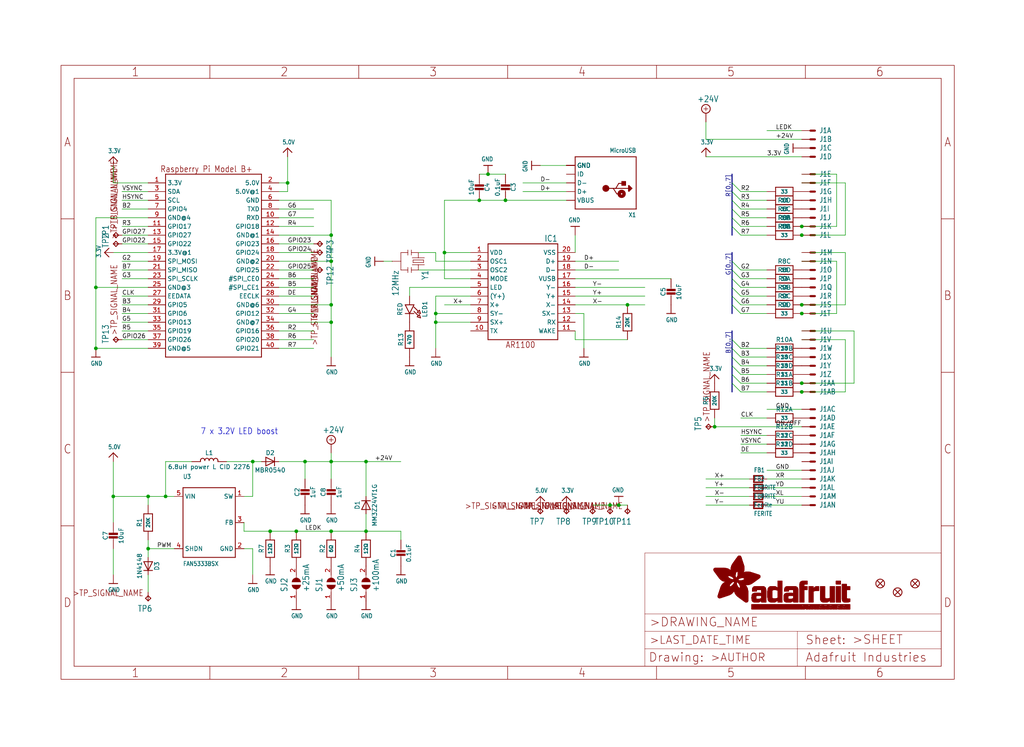
<source format=kicad_sch>
(kicad_sch (version 20211123) (generator eeschema)
  (paper "User" 298.45 217.881)
  (lib_symbols
    (symbol "eagleSchem-eagle-import:+24V" (power)
      (property "Value" "+24V" (at -2.54 3.175 0))
      (symbol "+24V_1_0"
        (pin power_in line (at 0 -2.54 90) (length 2.54) (name "+24V") (number "1"))
      )
    )
    (symbol "eagleSchem-eagle-import:3.3V" (power)
      (property "Value" "3.3V" (at -1.524 1.016 0))
      (symbol "3.3V_1_0"
        (pin power_in line (at 0 -2.54 90) (length 2.54) (name "3.3V") (number "1"))
      )
    )
    (symbol "eagleSchem-eagle-import:40PINFPC4-1734839-0"
      (property "Reference" "J" (at 2.54 -0.762 0))
      (symbol "40PINFPC4-1734839-0_1_0"
        (pin passive line (at -2.54 0 0) (length 2.54) (name "MSV") (number "1"))
      )
      (symbol "40PINFPC4-1734839-0_2_0"
        (pin passive line (at -2.54 0 0) (length 2.54) (name "MS") (number "2"))
      )
      (symbol "40PINFPC4-1734839-0_3_0"
        (pin passive line (at -2.54 0 0) (length 2.54) (name "MS") (number "3"))
      )
      (symbol "40PINFPC4-1734839-0_4_0"
        (pin passive line (at -2.54 0 0) (length 2.54) (name "MS") (number "4"))
      )
      (symbol "40PINFPC4-1734839-0_5_0"
        (pin passive line (at -2.54 0 0) (length 2.54) (name "MS") (number "5"))
      )
      (symbol "40PINFPC4-1734839-0_6_0"
        (pin passive line (at -2.54 0 0) (length 2.54) (name "MS") (number "6"))
      )
      (symbol "40PINFPC4-1734839-0_7_0"
        (pin passive line (at -2.54 0 0) (length 2.54) (name "MS") (number "7"))
      )
      (symbol "40PINFPC4-1734839-0_8_0"
        (pin passive line (at -2.54 0 0) (length 2.54) (name "MS") (number "8"))
      )
      (symbol "40PINFPC4-1734839-0_9_0"
        (pin passive line (at -2.54 0 0) (length 2.54) (name "MS") (number "9"))
      )
      (symbol "40PINFPC4-1734839-0_10_0"
        (pin passive line (at -2.54 0 0) (length 2.54) (name "MS") (number "10"))
      )
      (symbol "40PINFPC4-1734839-0_11_0"
        (pin passive line (at -2.54 0 0) (length 2.54) (name "MS") (number "11"))
      )
      (symbol "40PINFPC4-1734839-0_12_0"
        (pin passive line (at -2.54 0 0) (length 2.54) (name "MS") (number "12"))
      )
      (symbol "40PINFPC4-1734839-0_13_0"
        (pin passive line (at -2.54 0 0) (length 2.54) (name "MS") (number "13"))
      )
      (symbol "40PINFPC4-1734839-0_14_0"
        (pin passive line (at -2.54 0 0) (length 2.54) (name "MS") (number "14"))
      )
      (symbol "40PINFPC4-1734839-0_15_0"
        (pin passive line (at -2.54 0 0) (length 2.54) (name "MS") (number "15"))
      )
      (symbol "40PINFPC4-1734839-0_16_0"
        (pin passive line (at -2.54 0 0) (length 2.54) (name "MS") (number "16"))
      )
      (symbol "40PINFPC4-1734839-0_17_0"
        (pin passive line (at -2.54 0 0) (length 2.54) (name "MS") (number "17"))
      )
      (symbol "40PINFPC4-1734839-0_18_0"
        (pin passive line (at -2.54 0 0) (length 2.54) (name "MS") (number "18"))
      )
      (symbol "40PINFPC4-1734839-0_19_0"
        (pin passive line (at -2.54 0 0) (length 2.54) (name "MS") (number "19"))
      )
      (symbol "40PINFPC4-1734839-0_20_0"
        (pin passive line (at -2.54 0 0) (length 2.54) (name "MS") (number "20"))
      )
      (symbol "40PINFPC4-1734839-0_21_0"
        (pin passive line (at -2.54 0 0) (length 2.54) (name "MS") (number "21"))
      )
      (symbol "40PINFPC4-1734839-0_22_0"
        (pin passive line (at -2.54 0 0) (length 2.54) (name "MS") (number "22"))
      )
      (symbol "40PINFPC4-1734839-0_23_0"
        (pin passive line (at -2.54 0 0) (length 2.54) (name "MS") (number "23"))
      )
      (symbol "40PINFPC4-1734839-0_24_0"
        (pin passive line (at -2.54 0 0) (length 2.54) (name "MS") (number "24"))
      )
      (symbol "40PINFPC4-1734839-0_25_0"
        (pin passive line (at -2.54 0 0) (length 2.54) (name "MS") (number "25"))
      )
      (symbol "40PINFPC4-1734839-0_26_0"
        (pin passive line (at -2.54 0 0) (length 2.54) (name "MS") (number "26"))
      )
      (symbol "40PINFPC4-1734839-0_27_0"
        (pin passive line (at -2.54 0 0) (length 2.54) (name "MS") (number "27"))
      )
      (symbol "40PINFPC4-1734839-0_28_0"
        (pin passive line (at -2.54 0 0) (length 2.54) (name "MS") (number "28"))
      )
      (symbol "40PINFPC4-1734839-0_29_0"
        (pin passive line (at -2.54 0 0) (length 2.54) (name "MS") (number "29"))
      )
      (symbol "40PINFPC4-1734839-0_30_0"
        (pin passive line (at -2.54 0 0) (length 2.54) (name "MS") (number "30"))
      )
      (symbol "40PINFPC4-1734839-0_31_0"
        (pin passive line (at -2.54 0 0) (length 2.54) (name "MS") (number "31"))
      )
      (symbol "40PINFPC4-1734839-0_32_0"
        (pin passive line (at -2.54 0 0) (length 2.54) (name "MS") (number "32"))
      )
      (symbol "40PINFPC4-1734839-0_33_0"
        (pin passive line (at -2.54 0 0) (length 2.54) (name "MS") (number "33"))
      )
      (symbol "40PINFPC4-1734839-0_34_0"
        (pin passive line (at -2.54 0 0) (length 2.54) (name "MS") (number "34"))
      )
      (symbol "40PINFPC4-1734839-0_35_0"
        (pin passive line (at -2.54 0 0) (length 2.54) (name "MS") (number "35"))
      )
      (symbol "40PINFPC4-1734839-0_36_0"
        (pin passive line (at -2.54 0 0) (length 2.54) (name "MS") (number "36"))
      )
      (symbol "40PINFPC4-1734839-0_37_0"
        (pin passive line (at -2.54 0 0) (length 2.54) (name "MS") (number "37"))
      )
      (symbol "40PINFPC4-1734839-0_38_0"
        (pin passive line (at -2.54 0 0) (length 2.54) (name "MS") (number "38"))
      )
      (symbol "40PINFPC4-1734839-0_39_0"
        (pin passive line (at -2.54 0 0) (length 2.54) (name "MS") (number "39"))
      )
      (symbol "40PINFPC4-1734839-0_40_0"
        (pin passive line (at -2.54 0 0) (length 2.54) (name "MS") (number "40"))
      )
    )
    (symbol "eagleSchem-eagle-import:5.0V" (power)
      (property "Value" "5.0V" (at -1.524 1.016 0))
      (symbol "5.0V_1_0"
        (pin power_in line (at 0 -2.54 90) (length 2.54) (name "5.0V") (number "1"))
      )
    )
    (symbol "eagleSchem-eagle-import:AR1100_SSOP"
      (property "Reference" "IC" (at 10.16 15.24 0))
      (symbol "AR1100_SSOP_1_0"
        (text "AR1100" (at -5.08 -17.78 0) (effects (font (size 1.778 1.5113)) (justify left bottom)))
        (pin power_in line (at -15.24 10.16 0) (length 5.08) (name "VDD") (number "1"))
        (pin output line (at -15.24 -12.7 0) (length 5.08) (name "TX") (number "10"))
        (pin input line (at 15.24 -12.7 180) (length 5.08) (name "WAKE") (number "11"))
        (pin input line (at 15.24 -10.16 180) (length 5.08) (name "RX") (number "12"))
        (pin bidirectional line (at 15.24 -7.62 180) (length 5.08) (name "SX-") (number "13"))
        (pin bidirectional line (at 15.24 -5.08 180) (length 5.08) (name "X-") (number "14"))
        (pin bidirectional line (at 15.24 -2.54 180) (length 5.08) (name "Y+") (number "15"))
        (pin bidirectional line (at 15.24 0 180) (length 5.08) (name "Y-") (number "16"))
        (pin power_in line (at 15.24 2.54 180) (length 5.08) (name "VUSB") (number "17"))
        (pin bidirectional line (at 15.24 5.08 180) (length 5.08) (name "D-") (number "18"))
        (pin bidirectional line (at 15.24 7.62 180) (length 5.08) (name "D+") (number "19"))
        (pin passive line (at -15.24 7.62 0) (length 5.08) (name "OSC1") (number "2"))
        (pin power_in line (at 15.24 10.16 180) (length 5.08) (name "VSS") (number "20"))
        (pin passive line (at -15.24 5.08 0) (length 5.08) (name "OSC2") (number "3"))
        (pin input line (at -15.24 2.54 0) (length 5.08) (name "MODE") (number "4"))
        (pin output line (at -15.24 0 0) (length 5.08) (name "LED") (number "5"))
        (pin bidirectional line (at -15.24 -2.54 0) (length 5.08) (name "(Y+)") (number "6"))
        (pin bidirectional line (at -15.24 -5.08 0) (length 5.08) (name "X+") (number "7"))
        (pin bidirectional line (at -15.24 -7.62 0) (length 5.08) (name "SY-") (number "8"))
        (pin bidirectional line (at -15.24 -10.16 0) (length 5.08) (name "SX+") (number "9"))
      )
    )
    (symbol "eagleSchem-eagle-import:CAP_CERAMIC0805-NOOUTLINE"
      (property "Reference" "C" (at -2.29 1.25 90))
      (property "Value" "CAP_CERAMIC0805-NOOUTLINE" (at 2.3 1.25 90))
      (symbol "CAP_CERAMIC0805-NOOUTLINE_1_0"
        (pin passive line (at 0 5.08 270) (length 2.54) (name "1") (number "1"))
        (pin passive line (at 0 -2.54 90) (length 2.54) (name "2") (number "2"))
      )
    )
    (symbol "eagleSchem-eagle-import:CAP_CERAMIC_0805MP"
      (property "Reference" "C" (at -2.29 1.25 90))
      (property "Value" "CAP_CERAMIC_0805MP" (at 2.3 1.25 90))
      (symbol "CAP_CERAMIC_0805MP_1_0"
        (pin passive line (at 0 5.08 270) (length 2.54) (name "1") (number "1"))
        (pin passive line (at 0 -2.54 90) (length 2.54) (name "2") (number "2"))
      )
    )
    (symbol "eagleSchem-eagle-import:DIODESMA"
      (property "Reference" "D" (at 0 2.54 0))
      (property "Value" "DIODESMA" (at 0 -2.5 0))
      (symbol "DIODESMA_1_0"
        (pin passive line (at -2.54 0 0) (length 2.54) (name "A") (number "A"))
        (pin passive line (at 2.54 0 180) (length 2.54) (name "C") (number "C"))
      )
    )
    (symbol "eagleSchem-eagle-import:DIODESOD-123"
      (property "Reference" "D" (at 0 2.54 0))
      (property "Value" "DIODESOD-123" (at 0 -2.5 0))
      (symbol "DIODESOD-123_1_0"
        (pin passive line (at -2.54 0 0) (length 2.54) (name "A") (number "A"))
        (pin passive line (at 2.54 0 180) (length 2.54) (name "C") (number "C"))
      )
    )
    (symbol "eagleSchem-eagle-import:DIODESOD-323"
      (property "Reference" "D" (at 0 2.54 0))
      (property "Value" "DIODESOD-323" (at 0 -2.5 0))
      (symbol "DIODESOD-323_1_0"
        (pin passive line (at -2.54 0 0) (length 2.54) (name "A") (number "A"))
        (pin passive line (at 2.54 0 180) (length 2.54) (name "C") (number "C"))
      )
    )
    (symbol "eagleSchem-eagle-import:FAN5331"
      (property "Reference" "U" (at -7.62 12.7 0))
      (property "Value" "FAN5331" (at -7.62 -12.7 0))
      (symbol "FAN5331_1_0"
        (pin bidirectional line (at 10.16 7.62 180) (length 2.54) (name "SW") (number "1"))
        (pin bidirectional line (at 10.16 -7.62 180) (length 2.54) (name "GND") (number "2"))
        (pin bidirectional line (at 10.16 0 180) (length 2.54) (name "FB") (number "3"))
        (pin bidirectional line (at -10.16 -7.62 0) (length 2.54) (name "SHDN") (number "4"))
        (pin bidirectional line (at -10.16 7.62 0) (length 2.54) (name "VIN") (number "5"))
      )
    )
    (symbol "eagleSchem-eagle-import:FERRITE_0805MP"
      (property "Reference" "FB" (at -1.27 1.905 0))
      (property "Value" "FERRITE_0805MP" (at -1.27 -3.175 0))
      (symbol "FERRITE_0805MP_1_0"
        (pin passive line (at -2.54 0 0) (length 2.54) (name "P$1") (number "1"))
        (pin passive line (at 2.54 0 180) (length 2.54) (name "P$2") (number "2"))
      )
    )
    (symbol "eagleSchem-eagle-import:FIDUCIAL{dblquote}{dblquote}")
    (symbol "eagleSchem-eagle-import:FRAME_A4_ADAFRUIT"
      (symbol "FRAME_A4_ADAFRUIT_1_0"
        (text "1" (at 21.6958 1.905 0) (effects (font (size 2.54 2.286))))
        (text "1" (at 21.6958 177.165 0) (effects (font (size 2.54 2.286))))
        (text "2" (at 65.0875 1.905 0) (effects (font (size 2.54 2.286))))
        (text "2" (at 65.0875 177.165 0) (effects (font (size 2.54 2.286))))
        (text "3" (at 108.4792 1.905 0) (effects (font (size 2.54 2.286))))
        (text "3" (at 108.4792 177.165 0) (effects (font (size 2.54 2.286))))
        (text "4" (at 151.8708 1.905 0) (effects (font (size 2.54 2.286))))
        (text "4" (at 151.8708 177.165 0) (effects (font (size 2.54 2.286))))
        (text "5" (at 195.2625 1.905 0) (effects (font (size 2.54 2.286))))
        (text "5" (at 195.2625 177.165 0) (effects (font (size 2.54 2.286))))
        (text "6" (at 238.6542 1.905 0) (effects (font (size 2.54 2.286))))
        (text "6" (at 238.6542 177.165 0) (effects (font (size 2.54 2.286))))
        (text ">AUTHOR" (at 189.23 5.08 0) (effects (font (size 2.286 2.286)) (justify left bottom)))
        (text ">DRAWING_NAME" (at 171.45 15.24 0) (effects (font (size 2.54 2.54)) (justify left bottom)))
        (text ">LAST_DATE_TIME" (at 171.45 10.16 0) (effects (font (size 2.286 2.286)) (justify left bottom)))
        (text ">SHEET" (at 230.505 10.16 0) (effects (font (size 2.54 2.54)) (justify left bottom)))
        (text "A" (at 1.905 156.6863 0) (effects (font (size 2.54 2.286))))
        (text "A" (at 258.445 156.6863 0) (effects (font (size 2.54 2.286))))
        (text "Adafruit Industries" (at 216.916 4.953 0) (effects (font (size 2.54 2.54)) (justify left bottom)))
        (text "B" (at 1.905 111.9188 0) (effects (font (size 2.54 2.286))))
        (text "B" (at 258.445 111.9188 0) (effects (font (size 2.54 2.286))))
        (text "C" (at 1.905 67.1513 0) (effects (font (size 2.54 2.286))))
        (text "C" (at 258.445 67.1513 0) (effects (font (size 2.54 2.286))))
        (text "D" (at 1.905 22.3838 0) (effects (font (size 2.54 2.286))))
        (text "D" (at 258.445 22.3838 0) (effects (font (size 2.54 2.286))))
        (text "Drawing:" (at 171.196 4.953 0) (effects (font (size 2.54 2.54)) (justify left bottom)))
        (text "Sheet:" (at 216.916 10.033 0) (effects (font (size 2.54 2.54)) (justify left bottom)))
      )
    )
    (symbol "eagleSchem-eagle-import:GND" (power)
      (property "Value" "GND" (at -1.524 -2.54 0))
      (symbol "GND_1_0"
        (pin power_in line (at 0 2.54 270) (length 2.54) (name "GND") (number "1"))
      )
    )
    (symbol "eagleSchem-eagle-import:INDUCTORNR5040"
      (property "Reference" "L" (at 0 2.54 0))
      (property "Value" "INDUCTORNR5040" (at 0 -1.54 0))
      (symbol "INDUCTORNR5040_1_0"
        (pin passive line (at -5.08 0 0) (length 2.54) (name "1") (number "P$1"))
        (pin passive line (at 5.08 0 180) (length 2.54) (name "2") (number "P$2"))
      )
    )
    (symbol "eagleSchem-eagle-import:LED0805_NOOUTLINE"
      (property "Reference" "D" (at -1.27 4.445 0))
      (property "Value" "LED0805_NOOUTLINE" (at -1.27 -2.794 0))
      (symbol "LED0805_NOOUTLINE_1_0"
        (pin passive line (at -5.08 0 0) (length 2.54) (name "A") (number "A"))
        (pin passive line (at 2.54 0 180) (length 2.54) (name "C") (number "C"))
      )
    )
    (symbol "eagleSchem-eagle-import:RASPBERRYPI_BPLUS-SMT+SLOTS"
      (symbol "RASPBERRYPI_BPLUS-SMT+SLOTS_1_0"
        (text "Raspberry Pi Model B+" (at 12.7 25.4 0) (effects (font (size 1.778 1.5113)) (justify right top)))
        (pin power_in line (at -17.78 20.32 0) (length 5.08) (name "3.3V") (number "1"))
        (pin bidirectional line (at 20.32 10.16 180) (length 5.08) (name "RXD") (number "10"))
        (pin bidirectional line (at -17.78 7.62 0) (length 5.08) (name "GPIO17") (number "11"))
        (pin bidirectional line (at 20.32 7.62 180) (length 5.08) (name "GPIO18") (number "12"))
        (pin bidirectional line (at -17.78 5.08 0) (length 5.08) (name "GPIO27") (number "13"))
        (pin power_in line (at 20.32 5.08 180) (length 5.08) (name "GND@1") (number "14"))
        (pin bidirectional line (at -17.78 2.54 0) (length 5.08) (name "GPIO22") (number "15"))
        (pin bidirectional line (at 20.32 2.54 180) (length 5.08) (name "GPIO23") (number "16"))
        (pin power_in line (at -17.78 0 0) (length 5.08) (name "3.3V@1") (number "17"))
        (pin bidirectional line (at 20.32 0 180) (length 5.08) (name "GPIO24") (number "18"))
        (pin bidirectional line (at -17.78 -2.54 0) (length 5.08) (name "SPI_MOSI") (number "19"))
        (pin power_in line (at 20.32 20.32 180) (length 5.08) (name "5.0V") (number "2"))
        (pin power_in line (at 20.32 -2.54 180) (length 5.08) (name "GND@2") (number "20"))
        (pin bidirectional line (at -17.78 -5.08 0) (length 5.08) (name "SPI_MISO") (number "21"))
        (pin bidirectional line (at 20.32 -5.08 180) (length 5.08) (name "GPIO25") (number "22"))
        (pin bidirectional line (at -17.78 -7.62 0) (length 5.08) (name "SPI_SCLK") (number "23"))
        (pin bidirectional line (at 20.32 -7.62 180) (length 5.08) (name "#SPI_CE0") (number "24"))
        (pin power_in line (at -17.78 -10.16 0) (length 5.08) (name "GND@3") (number "25"))
        (pin bidirectional line (at 20.32 -10.16 180) (length 5.08) (name "#SPI_CE1") (number "26"))
        (pin bidirectional line (at -17.78 -12.7 0) (length 5.08) (name "EEDATA") (number "27"))
        (pin bidirectional line (at 20.32 -12.7 180) (length 5.08) (name "EECLK") (number "28"))
        (pin bidirectional line (at -17.78 -15.24 0) (length 5.08) (name "GPIO5") (number "29"))
        (pin bidirectional line (at -17.78 17.78 0) (length 5.08) (name "SDA") (number "3"))
        (pin power_in line (at 20.32 -15.24 180) (length 5.08) (name "GND@6") (number "30"))
        (pin bidirectional line (at -17.78 -17.78 0) (length 5.08) (name "GPIO6") (number "31"))
        (pin bidirectional line (at 20.32 -17.78 180) (length 5.08) (name "GPIO12") (number "32"))
        (pin bidirectional line (at -17.78 -20.32 0) (length 5.08) (name "GPIO13") (number "33"))
        (pin power_in line (at 20.32 -20.32 180) (length 5.08) (name "GND@7") (number "34"))
        (pin bidirectional line (at -17.78 -22.86 0) (length 5.08) (name "GPIO19") (number "35"))
        (pin bidirectional line (at 20.32 -22.86 180) (length 5.08) (name "GPIO16") (number "36"))
        (pin bidirectional line (at -17.78 -25.4 0) (length 5.08) (name "GPIO26") (number "37"))
        (pin bidirectional line (at 20.32 -25.4 180) (length 5.08) (name "GPIO20") (number "38"))
        (pin power_in line (at -17.78 -27.94 0) (length 5.08) (name "GND@5") (number "39"))
        (pin power_in line (at 20.32 17.78 180) (length 5.08) (name "5.0V@1") (number "4"))
        (pin bidirectional line (at 20.32 -27.94 180) (length 5.08) (name "GPIO21") (number "40"))
        (pin bidirectional line (at -17.78 15.24 0) (length 5.08) (name "SCL") (number "5"))
        (pin power_in line (at 20.32 15.24 180) (length 5.08) (name "GND") (number "6"))
        (pin bidirectional line (at -17.78 12.7 0) (length 5.08) (name "GPIO4") (number "7"))
        (pin bidirectional line (at 20.32 12.7 180) (length 5.08) (name "TXD") (number "8"))
        (pin power_in line (at -17.78 10.16 0) (length 5.08) (name "GND@4") (number "9"))
      )
    )
    (symbol "eagleSchem-eagle-import:RESISTOR0805_NOOUTLINE"
      (property "Reference" "R" (at 0 2.54 0))
      (property "Value" "RESISTOR0805_NOOUTLINE" (at 0 0 0))
      (symbol "RESISTOR0805_NOOUTLINE_1_0"
        (pin passive line (at -5.08 0 0) (length 2.54) (name "1") (number "1"))
        (pin passive line (at 5.08 0 180) (length 2.54) (name "2") (number "2"))
      )
    )
    (symbol "eagleSchem-eagle-import:RESISTOR_0805MP"
      (property "Reference" "R" (at 0 2.54 0))
      (property "Value" "RESISTOR_0805MP" (at 0 0 0))
      (symbol "RESISTOR_0805MP_1_0"
        (pin passive line (at -5.08 0 0) (length 2.54) (name "1") (number "1"))
        (pin passive line (at 5.08 0 180) (length 2.54) (name "2") (number "2"))
      )
    )
    (symbol "eagleSchem-eagle-import:RESISTOR_4PACK"
      (property "Reference" "R" (at 0 2.54 0))
      (property "Value" "RESISTOR_4PACK" (at 0 0 0))
      (symbol "RESISTOR_4PACK_1_0"
        (pin passive line (at -5.08 0 0) (length 2.54) (name "1") (number "1"))
        (pin passive line (at 5.08 0 180) (length 2.54) (name "2") (number "8"))
      )
      (symbol "RESISTOR_4PACK_2_0"
        (pin passive line (at -5.08 0 0) (length 2.54) (name "1") (number "2"))
        (pin passive line (at 5.08 0 180) (length 2.54) (name "2") (number "7"))
      )
      (symbol "RESISTOR_4PACK_3_0"
        (pin passive line (at -5.08 0 0) (length 2.54) (name "1") (number "3"))
        (pin passive line (at 5.08 0 180) (length 2.54) (name "2") (number "6"))
      )
      (symbol "RESISTOR_4PACK_4_0"
        (pin passive line (at -5.08 0 0) (length 2.54) (name "1") (number "4"))
        (pin passive line (at 5.08 0 180) (length 2.54) (name "2") (number "5"))
      )
    )
    (symbol "eagleSchem-eagle-import:RESONATORSMD"
      (property "Reference" "Y" (at 2.54 1.016 0))
      (property "Value" "RESONATORSMD" (at 2.54 -7.62 0))
      (symbol "RESONATORSMD_1_0"
        (pin passive line (at -2.54 0 0) (length 0) (name "1") (number "1"))
        (pin passive line (at 0 -7.62 90) (length 0) (name "2") (number "2"))
        (pin passive line (at 2.54 0 180) (length 0) (name "3") (number "3"))
      )
    )
    (symbol "eagleSchem-eagle-import:SOLDERJUMPER"
      (property "Reference" "SJ" (at -2.54 2.54 0))
      (property "Value" "SOLDERJUMPER" (at -2.54 -3.81 0))
      (symbol "SOLDERJUMPER_1_0"
        (pin passive line (at -5.08 0 0) (length 2.54) (name "1") (number "1"))
        (pin passive line (at 5.08 0 180) (length 2.54) (name "2") (number "2"))
      )
    )
    (symbol "eagleSchem-eagle-import:TPTP15SQ"
      (property "Reference" "TP" (at -1.27 1.27 0))
      (symbol "TPTP15SQ_1_0"
        (text ">TP_SIGNAL_NAME" (at 1.27 -1.27 0) (effects (font (size 1.778 1.5113)) (justify left bottom)))
        (pin input line (at 0 -2.54 90) (length 2.54) (name "TP") (number "TP"))
      )
    )
    (symbol "eagleSchem-eagle-import:USBMICRO_20329"
      (property "Reference" "X" (at -10.16 8.636 0))
      (property "Value" "USBMICRO_20329" (at -10.16 -10.16 0))
      (symbol "USBMICRO_20329_1_0"
        (pin power_in line (at 10.16 -5.08 180) (length 2.54) (name "GND") (number "BASE@1"))
        (pin power_in line (at 10.16 -5.08 180) (length 2.54) (name "GND") (number "BASE@2"))
        (pin bidirectional line (at 10.16 2.54 180) (length 2.54) (name "D+") (number "D+"))
        (pin bidirectional line (at 10.16 0 180) (length 2.54) (name "D-") (number "D-"))
        (pin power_in line (at 10.16 -5.08 180) (length 2.54) (name "GND") (number "GND"))
        (pin bidirectional line (at 10.16 -2.54 180) (length 2.54) (name "ID") (number "ID"))
        (pin power_in line (at 10.16 -5.08 180) (length 2.54) (name "GND") (number "SPRT@1"))
        (pin power_in line (at 10.16 -5.08 180) (length 2.54) (name "GND") (number "SPRT@2"))
        (pin power_in line (at 10.16 -5.08 180) (length 2.54) (name "GND") (number "SPRT@3"))
        (pin power_in line (at 10.16 -5.08 180) (length 2.54) (name "GND") (number "SPRT@4"))
        (pin power_in line (at 10.16 5.08 180) (length 2.54) (name "VBUS") (number "VBUS"))
      )
    )
  )
  (junction (at 180.34 147.32))
  (junction (at 233.68 114.3))
  (junction (at 48.26 144.78))
  (junction (at 106.68 134.62))
  (junction (at 208.28 124.46))
  (junction (at 142.24 50.8))
  (junction (at 73.66 134.62))
  (junction (at 233.68 111.76))
  (junction (at 147.32 58.42))
  (junction (at 233.68 91.44))
  (junction (at 96.52 68.58))
  (junction (at 233.68 68.58))
  (junction (at 96.52 88.9))
  (junction (at 43.18 160.02))
  (junction (at 177.8 147.32))
  (junction (at 78.74 154.94))
  (junction (at 43.18 144.78))
  (junction (at 96.52 154.94))
  (junction (at 233.68 88.9))
  (junction (at 96.52 134.62))
  (junction (at 139.7 58.42))
  (junction (at 96.52 93.98))
  (junction (at 182.88 88.9))
  (junction (at 127 91.44))
  (junction (at 233.68 66.04))
  (junction (at 106.68 154.94))
  (junction (at 27.94 83.82))
  (junction (at 96.52 76.2))
  (junction (at 86.36 154.94))
  (junction (at 129.54 73.66))
  (junction (at 83.82 53.34))
  (junction (at 88.9 134.62))
  (junction (at 127 93.98))
  (junction (at 27.94 101.6))
  (junction (at 33.02 144.78))
  (bus_entry (at 215.9 104.14) (size -2.54 -2.54))
  (bus_entry (at 215.9 78.74) (size -2.54 -2.54))
  (bus_entry (at 215.9 109.22) (size -2.54 -2.54))
  (bus_entry (at 215.9 106.68) (size -2.54 -2.54))
  (bus_entry (at 215.9 101.6) (size -2.54 -2.54))
  (bus_entry (at 215.9 63.5) (size -2.54 -2.54))
  (bus_entry (at 215.9 114.3) (size -2.54 -2.54))
  (bus_entry (at 215.9 91.44) (size -2.54 -2.54))
  (bus_entry (at 215.9 68.58) (size -2.54 -2.54))
  (bus_entry (at 215.9 58.42) (size -2.54 -2.54))
  (bus_entry (at 215.9 111.76) (size -2.54 -2.54))
  (bus_entry (at 215.9 86.36) (size -2.54 -2.54))
  (bus_entry (at 215.9 83.82) (size -2.54 -2.54))
  (bus_entry (at 215.9 81.28) (size -2.54 -2.54))
  (bus_entry (at 215.9 55.88) (size -2.54 -2.54))
  (bus_entry (at 215.9 60.96) (size -2.54 -2.54))
  (bus_entry (at 215.9 88.9) (size -2.54 -2.54))
  (bus_entry (at 215.9 66.04) (size -2.54 -2.54))
  (wire (pts (xy 81.28 96.52) (xy 91.44 96.52)))
  (wire (pts (xy 35.56 91.44) (xy 43.18 91.44)))
  (bus (pts (xy 213.36 83.82) (xy 213.36 86.36)))
  (wire (pts (xy 139.7 58.42) (xy 129.54 58.42)))
  (wire (pts (xy 233.68 137.16) (xy 223.52 137.16)))
  (wire (pts (xy 215.9 132.08) (xy 223.52 132.08)))
  (wire (pts (xy 223.52 66.04) (xy 215.9 66.04)))
  (wire (pts (xy 50.8 160.02) (xy 43.18 160.02)))
  (wire (pts (xy 223.52 104.14) (xy 215.9 104.14)))
  (bus (pts (xy 213.36 86.36) (xy 213.36 88.9)))
  (wire (pts (xy 165.1 58.42) (xy 147.32 58.42)))
  (wire (pts (xy 223.52 63.5) (xy 215.9 63.5)))
  (bus (pts (xy 213.36 73.66) (xy 213.36 76.2)))
  (wire (pts (xy 223.52 111.76) (xy 215.9 111.76)))
  (wire (pts (xy 233.68 45.72) (xy 205.74 45.72)))
  (wire (pts (xy 127 73.66) (xy 121.92 73.66)))
  (wire (pts (xy 233.68 99.06) (xy 246.38 99.06)))
  (wire (pts (xy 233.68 96.52) (xy 248.92 96.52)))
  (wire (pts (xy 43.18 147.32) (xy 43.18 144.78)))
  (wire (pts (xy 96.52 88.9) (xy 96.52 93.98)))
  (wire (pts (xy 33.02 53.34) (xy 33.02 48.26)))
  (bus (pts (xy 213.36 53.34) (xy 213.36 55.88)))
  (wire (pts (xy 248.92 111.76) (xy 233.68 111.76)))
  (wire (pts (xy 71.12 160.02) (xy 73.66 160.02)))
  (wire (pts (xy 223.52 129.54) (xy 215.9 129.54)))
  (wire (pts (xy 137.16 81.28) (xy 129.54 81.28)))
  (wire (pts (xy 246.38 88.9) (xy 233.68 88.9)))
  (wire (pts (xy 218.44 139.7) (xy 205.74 139.7)))
  (wire (pts (xy 223.52 55.88) (xy 215.9 55.88)))
  (wire (pts (xy 48.26 144.78) (xy 43.18 144.78)))
  (wire (pts (xy 223.52 127) (xy 215.9 127)))
  (wire (pts (xy 223.52 101.6) (xy 215.9 101.6)))
  (wire (pts (xy 27.94 83.82) (xy 27.94 101.6)))
  (wire (pts (xy 81.28 78.74) (xy 91.44 78.74)))
  (wire (pts (xy 180.34 147.32) (xy 182.88 147.32)))
  (wire (pts (xy 165.1 53.34) (xy 152.4 53.34)))
  (wire (pts (xy 91.44 63.5) (xy 81.28 63.5)))
  (wire (pts (xy 43.18 60.96) (xy 35.56 60.96)))
  (bus (pts (xy 213.36 88.9) (xy 213.36 91.44)))
  (wire (pts (xy 81.28 134.62) (xy 88.9 134.62)))
  (wire (pts (xy 71.12 154.94) (xy 78.74 154.94)))
  (wire (pts (xy 165.1 55.88) (xy 152.4 55.88)))
  (bus (pts (xy 213.36 106.68) (xy 213.36 109.22)))
  (wire (pts (xy 205.74 147.32) (xy 218.44 147.32)))
  (wire (pts (xy 127 76.2) (xy 137.16 76.2)))
  (wire (pts (xy 137.16 86.36) (xy 127 86.36)))
  (wire (pts (xy 81.28 66.04) (xy 91.44 66.04)))
  (wire (pts (xy 81.28 86.36) (xy 91.44 86.36)))
  (wire (pts (xy 218.44 144.78) (xy 205.74 144.78)))
  (wire (pts (xy 71.12 152.4) (xy 71.12 154.94)))
  (wire (pts (xy 96.52 139.7) (xy 96.52 134.62)))
  (wire (pts (xy 223.52 106.68) (xy 215.9 106.68)))
  (wire (pts (xy 246.38 99.06) (xy 246.38 114.3)))
  (wire (pts (xy 81.28 99.06) (xy 91.44 99.06)))
  (wire (pts (xy 43.18 55.88) (xy 35.56 55.88)))
  (wire (pts (xy 243.84 66.04) (xy 233.68 66.04)))
  (bus (pts (xy 213.36 104.14) (xy 213.36 106.68)))
  (wire (pts (xy 233.68 139.7) (xy 223.52 139.7)))
  (wire (pts (xy 43.18 63.5) (xy 27.94 63.5)))
  (wire (pts (xy 127 86.36) (xy 127 91.44)))
  (wire (pts (xy 233.68 38.1) (xy 223.52 38.1)))
  (wire (pts (xy 223.52 60.96) (xy 215.9 60.96)))
  (wire (pts (xy 248.92 96.52) (xy 248.92 111.76)))
  (wire (pts (xy 106.68 149.86) (xy 106.68 154.94)))
  (wire (pts (xy 167.64 68.58) (xy 167.64 73.66)))
  (wire (pts (xy 167.64 83.82) (xy 187.96 83.82)))
  (wire (pts (xy 43.18 86.36) (xy 35.56 86.36)))
  (wire (pts (xy 88.9 134.62) (xy 96.52 134.62)))
  (wire (pts (xy 233.68 50.8) (xy 243.84 50.8)))
  (wire (pts (xy 43.18 68.58) (xy 35.56 68.58)))
  (bus (pts (xy 213.36 58.42) (xy 213.36 60.96)))
  (wire (pts (xy 106.68 144.78) (xy 106.68 134.62)))
  (wire (pts (xy 33.02 73.66) (xy 43.18 73.66)))
  (bus (pts (xy 213.36 50.8) (xy 213.36 53.34)))
  (wire (pts (xy 66.04 134.62) (xy 73.66 134.62)))
  (wire (pts (xy 73.66 160.02) (xy 73.66 167.64)))
  (wire (pts (xy 167.64 96.52) (xy 167.64 99.06)))
  (wire (pts (xy 167.64 76.2) (xy 180.34 76.2)))
  (wire (pts (xy 223.52 83.82) (xy 215.9 83.82)))
  (wire (pts (xy 223.52 91.44) (xy 215.9 91.44)))
  (wire (pts (xy 205.74 35.56) (xy 205.74 40.64)))
  (wire (pts (xy 96.52 58.42) (xy 96.52 68.58)))
  (wire (pts (xy 43.18 83.82) (xy 27.94 83.82)))
  (wire (pts (xy 233.68 73.66) (xy 246.38 73.66)))
  (wire (pts (xy 48.26 134.62) (xy 55.88 134.62)))
  (wire (pts (xy 43.18 167.64) (xy 43.18 172.72)))
  (wire (pts (xy 43.18 160.02) (xy 43.18 157.48)))
  (wire (pts (xy 218.44 142.24) (xy 205.74 142.24)))
  (wire (pts (xy 167.64 86.36) (xy 187.96 86.36)))
  (bus (pts (xy 213.36 78.74) (xy 213.36 81.28)))
  (wire (pts (xy 233.68 53.34) (xy 246.38 53.34)))
  (wire (pts (xy 246.38 53.34) (xy 246.38 68.58)))
  (wire (pts (xy 35.56 71.12) (xy 43.18 71.12)))
  (wire (pts (xy 33.02 160.02) (xy 33.02 167.64)))
  (bus (pts (xy 213.36 66.04) (xy 213.36 68.58)))
  (wire (pts (xy 43.18 99.06) (xy 35.56 99.06)))
  (bus (pts (xy 213.36 63.5) (xy 213.36 66.04)))
  (wire (pts (xy 233.68 40.64) (xy 205.74 40.64)))
  (wire (pts (xy 50.8 144.78) (xy 48.26 144.78)))
  (wire (pts (xy 182.88 88.9) (xy 187.96 88.9)))
  (wire (pts (xy 96.52 76.2) (xy 96.52 88.9)))
  (bus (pts (xy 213.36 55.88) (xy 213.36 58.42)))
  (wire (pts (xy 106.68 154.94) (xy 116.84 154.94)))
  (wire (pts (xy 223.52 88.9) (xy 215.9 88.9)))
  (wire (pts (xy 96.52 132.08) (xy 96.52 134.62)))
  (wire (pts (xy 43.18 88.9) (xy 35.56 88.9)))
  (wire (pts (xy 83.82 53.34) (xy 83.82 45.72)))
  (wire (pts (xy 96.52 68.58) (xy 96.52 76.2)))
  (wire (pts (xy 233.68 144.78) (xy 223.52 144.78)))
  (wire (pts (xy 223.52 78.74) (xy 215.9 78.74)))
  (wire (pts (xy 165.1 48.26) (xy 157.48 48.26)))
  (wire (pts (xy 223.52 58.42) (xy 215.9 58.42)))
  (wire (pts (xy 91.44 73.66) (xy 81.28 73.66)))
  (wire (pts (xy 243.84 91.44) (xy 233.68 91.44)))
  (wire (pts (xy 83.82 55.88) (xy 83.82 53.34)))
  (bus (pts (xy 213.36 76.2) (xy 213.36 78.74)))
  (wire (pts (xy 223.52 81.28) (xy 215.9 81.28)))
  (wire (pts (xy 43.18 76.2) (xy 35.56 76.2)))
  (bus (pts (xy 213.36 101.6) (xy 213.36 104.14)))
  (wire (pts (xy 119.38 86.36) (xy 119.38 83.82)))
  (wire (pts (xy 81.28 88.9) (xy 96.52 88.9)))
  (wire (pts (xy 137.16 93.98) (xy 127 93.98)))
  (wire (pts (xy 127 93.98) (xy 127 91.44)))
  (wire (pts (xy 243.84 50.8) (xy 243.84 66.04)))
  (wire (pts (xy 96.52 134.62) (xy 106.68 134.62)))
  (wire (pts (xy 170.18 91.44) (xy 170.18 101.6)))
  (wire (pts (xy 35.56 78.74) (xy 43.18 78.74)))
  (wire (pts (xy 223.52 68.58) (xy 215.9 68.58)))
  (wire (pts (xy 86.36 154.94) (xy 78.74 154.94)))
  (wire (pts (xy 81.28 76.2) (xy 96.52 76.2)))
  (wire (pts (xy 167.64 81.28) (xy 195.58 81.28)))
  (wire (pts (xy 233.68 119.38) (xy 223.52 119.38)))
  (wire (pts (xy 35.56 66.04) (xy 43.18 66.04)))
  (wire (pts (xy 127 76.2) (xy 127 73.66)))
  (wire (pts (xy 81.28 68.58) (xy 96.52 68.58)))
  (wire (pts (xy 246.38 73.66) (xy 246.38 88.9)))
  (wire (pts (xy 48.26 144.78) (xy 48.26 134.62)))
  (wire (pts (xy 177.8 147.32) (xy 180.34 147.32)))
  (bus (pts (xy 213.36 99.06) (xy 213.36 101.6)))
  (wire (pts (xy 96.52 154.94) (xy 106.68 154.94)))
  (wire (pts (xy 208.28 124.46) (xy 233.68 124.46)))
  (wire (pts (xy 137.16 88.9) (xy 129.54 88.9)))
  (wire (pts (xy 35.56 58.42) (xy 43.18 58.42)))
  (wire (pts (xy 129.54 58.42) (xy 129.54 73.66)))
  (wire (pts (xy 223.52 109.22) (xy 215.9 109.22)))
  (wire (pts (xy 27.94 101.6) (xy 43.18 101.6)))
  (wire (pts (xy 43.18 160.02) (xy 43.18 162.56)))
  (wire (pts (xy 81.28 101.6) (xy 91.44 101.6)))
  (wire (pts (xy 33.02 144.78) (xy 33.02 134.62)))
  (wire (pts (xy 81.28 91.44) (xy 91.44 91.44)))
  (wire (pts (xy 167.64 88.9) (xy 182.88 88.9)))
  (wire (pts (xy 81.28 93.98) (xy 96.52 93.98)))
  (wire (pts (xy 116.84 154.94) (xy 116.84 157.48)))
  (wire (pts (xy 111.76 76.2) (xy 114.3 76.2)))
  (wire (pts (xy 81.28 58.42) (xy 96.52 58.42)))
  (wire (pts (xy 106.68 134.62) (xy 116.84 134.62)))
  (wire (pts (xy 127 93.98) (xy 127 101.6)))
  (wire (pts (xy 43.18 53.34) (xy 33.02 53.34)))
  (wire (pts (xy 167.64 99.06) (xy 182.88 99.06)))
  (wire (pts (xy 73.66 144.78) (xy 71.12 144.78)))
  (wire (pts (xy 223.52 86.36) (xy 215.9 86.36)))
  (wire (pts (xy 43.18 144.78) (xy 33.02 144.78)))
  (wire (pts (xy 167.64 91.44) (xy 170.18 91.44)))
  (wire (pts (xy 27.94 63.5) (xy 27.94 83.82)))
  (wire (pts (xy 147.32 58.42) (xy 139.7 58.42)))
  (wire (pts (xy 88.9 139.7) (xy 88.9 134.62)))
  (wire (pts (xy 223.52 114.3) (xy 215.9 114.3)))
  (wire (pts (xy 73.66 134.62) (xy 76.2 134.62)))
  (wire (pts (xy 233.68 76.2) (xy 243.84 76.2)))
  (bus (pts (xy 213.36 60.96) (xy 213.36 63.5)))
  (wire (pts (xy 81.28 55.88) (xy 83.82 55.88)))
  (wire (pts (xy 35.56 96.52) (xy 43.18 96.52)))
  (wire (pts (xy 233.68 147.32) (xy 223.52 147.32)))
  (wire (pts (xy 96.52 154.94) (xy 86.36 154.94)))
  (bus (pts (xy 213.36 111.76) (xy 213.36 114.3)))
  (wire (pts (xy 43.18 81.28) (xy 35.56 81.28)))
  (wire (pts (xy 246.38 114.3) (xy 233.68 114.3)))
  (wire (pts (xy 121.92 78.74) (xy 137.16 78.74)))
  (wire (pts (xy 81.28 71.12) (xy 91.44 71.12)))
  (wire (pts (xy 142.24 50.8) (xy 139.7 50.8)))
  (wire (pts (xy 119.38 83.82) (xy 137.16 83.82)))
  (wire (pts (xy 81.28 53.34) (xy 83.82 53.34)))
  (wire (pts (xy 81.28 83.82) (xy 91.44 83.82)))
  (wire (pts (xy 127 91.44) (xy 137.16 91.44)))
  (wire (pts (xy 43.18 93.98) (xy 35.56 93.98)))
  (wire (pts (xy 91.44 81.28) (xy 81.28 81.28)))
  (wire (pts (xy 129.54 81.28) (xy 129.54 73.66)))
  (wire (pts (xy 243.84 76.2) (xy 243.84 91.44)))
  (wire (pts (xy 73.66 134.62) (xy 73.66 144.78)))
  (bus (pts (xy 213.36 109.22) (xy 213.36 111.76)))
  (wire (pts (xy 246.38 68.58) (xy 233.68 68.58)))
  (bus (pts (xy 213.36 96.52) (xy 213.36 99.06)))
  (wire (pts (xy 233.68 142.24) (xy 223.52 142.24)))
  (wire (pts (xy 208.28 121.92) (xy 208.28 124.46)))
  (wire (pts (xy 223.52 121.92) (xy 215.9 121.92)))
  (bus (pts (xy 213.36 81.28) (xy 213.36 83.82)))
  (wire (pts (xy 172.72 147.32) (xy 177.8 147.32)))
  (wire (pts (xy 137.16 73.66) (xy 129.54 73.66)))
  (wire (pts (xy 167.64 78.74) (xy 180.34 78.74)))
  (wire (pts (xy 81.28 60.96) (xy 91.44 60.96)))
  (wire (pts (xy 147.32 50.8) (xy 142.24 50.8)))
  (wire (pts (xy 33.02 144.78) (xy 33.02 152.4)))
  (wire (pts (xy 96.52 93.98) (xy 96.52 104.14)))
  (text "7 x 3.2V LED boost" (at 58.42 127 180) (effects (font (size 1.778 1.5113)) (justify left bottom)))
  (label "G6" (at 83.82 60.96 0) (effects (font (size 1.2446 1.2446))))
  (label "B2" (at 35.56 60.96 0) (effects (font (size 1.2446 1.2446))))
  (label "R4" (at 83.82 66.04 0) (effects (font (size 1.2446 1.2446))))
  (label "G4" (at 83.82 91.44 0) (effects (font (size 1.2446 1.2446))))
  (label "3.3V" (at 223.52 45.72 0) (effects (font (size 1.2446 1.2446))))
  (label "Y+" (at 208.28 142.24 0) (effects (font (size 1.2446 1.2446))))
  (label "G7" (at 215.9 91.44 0) (effects (font (size 1.2446 1.2446))))
  (label "GPIO26" (at 35.56 99.06 0) (effects (font (size 1.2446 1.2446))))
  (label "ON/OFF" (at 226.06 124.46 0) (effects (font (size 1.2446 1.2446))))
  (label "G[0..7]" (at 213.36 73.66 270) (effects (font (size 1.2446 1.2446))))
  (label "VSYNC" (at 35.56 55.88 0) (effects (font (size 1.2446 1.2446))))
  (label "X-" (at 208.28 144.78 0) (effects (font (size 1.2446 1.2446))))
  (label "B[0..7]" (at 213.36 96.52 270) (effects (font (size 1.2446 1.2446))))
  (label "R5" (at 215.9 63.5 0) (effects (font (size 1.2446 1.2446))))
  (label "G3" (at 35.56 81.28 0) (effects (font (size 1.2446 1.2446))))
  (label "B3" (at 35.56 88.9 0) (effects (font (size 1.2446 1.2446))))
  (label "B2" (at 215.9 101.6 0) (effects (font (size 1.2446 1.2446))))
  (label "Y+" (at 172.72 86.36 0) (effects (font (size 1.2446 1.2446))))
  (label "D+" (at 170.18 76.2 0) (effects (font (size 1.2446 1.2446))))
  (label "GPIO25" (at 83.82 78.74 0) (effects (font (size 1.2446 1.2446))))
  (label "XR" (at 226.06 139.7 0) (effects (font (size 1.2446 1.2446))))
  (label "G5" (at 35.56 93.98 0) (effects (font (size 1.2446 1.2446))))
  (label "DE" (at 83.82 86.36 0) (effects (font (size 1.2446 1.2446))))
  (label "B5" (at 83.82 83.82 0) (effects (font (size 1.2446 1.2446))))
  (label "GND" (at 226.06 119.38 0) (effects (font (size 1.2446 1.2446))))
  (label "+24V" (at 109.22 134.62 0) (effects (font (size 1.2446 1.2446))))
  (label "D-" (at 170.18 78.74 0) (effects (font (size 1.2446 1.2446))))
  (label "YU" (at 226.06 147.32 0) (effects (font (size 1.2446 1.2446))))
  (label "D-" (at 157.48 53.34 0) (effects (font (size 1.2446 1.2446))))
  (label "R2" (at 215.9 55.88 0) (effects (font (size 1.2446 1.2446))))
  (label "G4" (at 215.9 83.82 0) (effects (font (size 1.2446 1.2446))))
  (label "PWM" (at 45.72 160.02 0) (effects (font (size 1.2446 1.2446))))
  (label "XL" (at 226.06 144.78 0) (effects (font (size 1.2446 1.2446))))
  (label "YD" (at 226.06 142.24 0) (effects (font (size 1.2446 1.2446))))
  (label "G3" (at 215.9 81.28 0) (effects (font (size 1.2446 1.2446))))
  (label "GPIO27" (at 35.56 68.58 0) (effects (font (size 1.2446 1.2446))))
  (label "R7" (at 83.82 101.6 0) (effects (font (size 1.2446 1.2446))))
  (label "Y-" (at 172.72 83.82 0) (effects (font (size 1.2446 1.2446))))
  (label "G5" (at 215.9 86.36 0) (effects (font (size 1.2446 1.2446))))
  (label "GND" (at 226.06 137.16 0) (effects (font (size 1.2446 1.2446))))
  (label "B7" (at 35.56 78.74 0) (effects (font (size 1.2446 1.2446))))
  (label "R5" (at 35.56 96.52 0) (effects (font (size 1.2446 1.2446))))
  (label "GPIO22" (at 35.56 71.12 0) (effects (font (size 1.2446 1.2446))))
  (label "B6" (at 83.82 81.28 0) (effects (font (size 1.2446 1.2446))))
  (label "LEDK" (at 88.9 154.94 0) (effects (font (size 1.2446 1.2446))))
  (label "LEDK" (at 226.06 38.1 0) (effects (font (size 1.2446 1.2446))))
  (label "Y-" (at 208.28 147.32 0) (effects (font (size 1.2446 1.2446))))
  (label "+24V" (at 226.06 40.64 0) (effects (font (size 1.2446 1.2446))))
  (label "GPIO23" (at 83.82 71.12 0) (effects (font (size 1.2446 1.2446))))
  (label "X+" (at 132.08 88.9 0) (effects (font (size 1.2446 1.2446))))
  (label "CLK" (at 35.56 86.36 0) (effects (font (size 1.2446 1.2446))))
  (label "HSYNC" (at 35.56 58.42 0) (effects (font (size 1.2446 1.2446))))
  (label "B4" (at 35.56 91.44 0) (effects (font (size 1.2446 1.2446))))
  (label "G6" (at 215.9 88.9 0) (effects (font (size 1.2446 1.2446))))
  (label "DE" (at 215.9 132.08 0) (effects (font (size 1.2446 1.2446))))
  (label "R6" (at 215.9 66.04 0) (effects (font (size 1.2446 1.2446))))
  (label "D+" (at 157.48 55.88 0) (effects (font (size 1.2446 1.2446))))
  (label "G2" (at 35.56 76.2 0) (effects (font (size 1.2446 1.2446))))
  (label "G2" (at 215.9 78.74 0) (effects (font (size 1.2446 1.2446))))
  (label "B5" (at 215.9 109.22 0) (effects (font (size 1.2446 1.2446))))
  (label "X-" (at 172.72 88.9 0) (effects (font (size 1.2446 1.2446))))
  (label "X+" (at 208.28 139.7 0) (effects (font (size 1.2446 1.2446))))
  (label "R3" (at 35.56 66.04 0) (effects (font (size 1.2446 1.2446))))
  (label "CLK" (at 215.9 121.92 0) (effects (font (size 1.2446 1.2446))))
  (label "B6" (at 215.9 111.76 0) (effects (font (size 1.2446 1.2446))))
  (label "B4" (at 215.9 106.68 0) (effects (font (size 1.2446 1.2446))))
  (label "HSYNC" (at 215.9 127 0) (effects (font (size 1.2446 1.2446))))
  (label "R4" (at 215.9 60.96 0) (effects (font (size 1.2446 1.2446))))
  (label "R6" (at 83.82 99.06 0) (effects (font (size 1.2446 1.2446))))
  (label "B3" (at 215.9 104.14 0) (effects (font (size 1.2446 1.2446))))
  (label "R3" (at 215.9 58.42 0) (effects (font (size 1.2446 1.2446))))
  (label "VSYNC" (at 215.9 129.54 0) (effects (font (size 1.2446 1.2446))))
  (label "R7" (at 215.9 68.58 0) (effects (font (size 1.2446 1.2446))))
  (label "G7" (at 83.82 63.5 0) (effects (font (size 1.2446 1.2446))))
  (label "R[0..7]" (at 213.36 50.8 270) (effects (font (size 1.2446 1.2446))))
  (label "GPIO24" (at 83.82 73.66 0) (effects (font (size 1.2446 1.2446))))
  (label "B7" (at 215.9 114.3 0) (effects (font (size 1.2446 1.2446))))
  (label "R2" (at 83.82 96.52 0) (effects (font (size 1.2446 1.2446))))
  (symbol (lib_id "eagleSchem-eagle-import:40PINFPC4-1734839-0") (at 236.22 68.58 0) (unit 12)
    (property "Reference" "J1" (at 238.76 69.342 0) (effects (font (size 1.524 1.2954)) (justify left bottom)))
    (property "Value" "40PINFPC4-1734839-0" (effects hide))
    (property "Footprint" "eagleSchem:4-1734839-0" (effects hide))
  )
  (symbol (lib_id "eagleSchem-eagle-import:GND") (at 78.74 167.64 0) (unit 1)
    (property "Reference" "#U$11" (effects hide))
    (property "Value" "GND" (at 77.216 170.18 0) (effects (font (size 1.27 1.0795)) (justify left bottom)))
    (property "Footprint" "eagleSchem:" (effects hide))
  )
  (symbol (lib_id "eagleSchem-eagle-import:40PINFPC4-1734839-0") (at 236.22 91.44 0) (unit 20)
    (property "Reference" "J1" (at 238.76 92.202 0) (effects (font (size 1.524 1.2954)) (justify left bottom)))
    (property "Value" "40PINFPC4-1734839-0" (effects hide))
    (property "Footprint" "eagleSchem:4-1734839-0" (effects hide))
  )
  (symbol (lib_id "eagleSchem-eagle-import:40PINFPC4-1734839-0") (at 236.22 55.88 0) (unit 7)
    (property "Reference" "J1" (at 238.76 56.642 0) (effects (font (size 1.524 1.2954)) (justify left bottom)))
    (property "Value" "40PINFPC4-1734839-0" (effects hide))
    (property "Footprint" "eagleSchem:4-1734839-0" (effects hide))
  )
  (symbol (lib_id "eagleSchem-eagle-import:3.3V") (at 33.02 45.72 0) (unit 1)
    (property "Reference" "#U$7" (effects hide))
    (property "Value" "3.3V" (at 31.496 44.704 0) (effects (font (size 1.27 1.0795)) (justify left bottom)))
    (property "Footprint" "eagleSchem:" (effects hide))
  )
  (symbol (lib_id "eagleSchem-eagle-import:GND") (at 96.52 177.8 0) (unit 1)
    (property "Reference" "#U$6" (effects hide))
    (property "Value" "GND" (at 94.996 180.34 0) (effects (font (size 1.27 1.0795)) (justify left bottom)))
    (property "Footprint" "eagleSchem:" (effects hide))
  )
  (symbol (lib_id "eagleSchem-eagle-import:RESISTOR_4PACK") (at 228.6 109.22 0) (unit 4)
    (property "Reference" "R10" (at 228.6 106.68 0))
    (property "Value" "33" (at 228.6 109.22 0) (effects (font (size 1.016 1.016) bold)))
    (property "Footprint" "eagleSchem:RESPACK_4X0603" (effects hide))
  )
  (symbol (lib_id "eagleSchem-eagle-import:CAP_CERAMIC_0805MP") (at 88.9 144.78 0) (unit 1)
    (property "Reference" "C2" (at 86.61 143.53 90))
    (property "Value" "1uF" (at 91.2 143.53 90))
    (property "Footprint" "eagleSchem:_0805MP" (effects hide))
  )
  (symbol (lib_id "eagleSchem-eagle-import:SOLDERJUMPER") (at 86.36 170.18 90) (unit 1)
    (property "Reference" "SJ2" (at 83.82 172.72 0) (effects (font (size 1.778 1.5113)) (justify left bottom)))
    (property "Value" "+25mA" (at 90.17 172.72 0) (effects (font (size 1.778 1.5113)) (justify left bottom)))
    (property "Footprint" "eagleSchem:SOLDERJUMPER_ARROW_NOPASTE" (effects hide))
  )
  (symbol (lib_id "eagleSchem-eagle-import:GND") (at 231.14 43.18 270) (unit 1)
    (property "Reference" "#U$10" (effects hide))
    (property "Value" "GND" (at 228.6 41.656 0) (effects (font (size 1.27 1.0795)) (justify left bottom)))
    (property "Footprint" "eagleSchem:" (effects hide))
  )
  (symbol (lib_id "eagleSchem-eagle-import:RESISTOR_4PACK") (at 228.6 58.42 180) (unit 3)
    (property "Reference" "R6" (at 228.6 60.96 0))
    (property "Value" "33" (at 228.6 58.42 0) (effects (font (size 1.016 1.016) bold)))
    (property "Footprint" "eagleSchem:RESPACK_4X0603" (effects hide))
  )
  (symbol (lib_id "eagleSchem-eagle-import:40PINFPC4-1734839-0") (at 236.22 63.5 0) (unit 10)
    (property "Reference" "J1" (at 238.76 64.262 0) (effects (font (size 1.524 1.2954)) (justify left bottom)))
    (property "Value" "40PINFPC4-1734839-0" (effects hide))
    (property "Footprint" "eagleSchem:4-1734839-0" (effects hide))
  )
  (symbol (lib_id "eagleSchem-eagle-import:SOLDERJUMPER") (at 96.52 170.18 90) (unit 1)
    (property "Reference" "SJ1" (at 93.98 172.72 0) (effects (font (size 1.778 1.5113)) (justify left bottom)))
    (property "Value" "+50mA" (at 100.33 172.72 0) (effects (font (size 1.778 1.5113)) (justify left bottom)))
    (property "Footprint" "eagleSchem:SOLDERJUMPER_ARROW_NOPASTE" (effects hide))
  )
  (symbol (lib_id "eagleSchem-eagle-import:40PINFPC4-1734839-0") (at 236.22 96.52 0) (unit 21)
    (property "Reference" "J1" (at 238.76 97.282 0) (effects (font (size 1.524 1.2954)) (justify left bottom)))
    (property "Value" "40PINFPC4-1734839-0" (effects hide))
    (property "Footprint" "eagleSchem:4-1734839-0" (effects hide))
  )
  (symbol (lib_id "eagleSchem-eagle-import:RESISTOR0805_NOOUTLINE") (at 86.36 160.02 90) (unit 1)
    (property "Reference" "R3" (at 83.82 160.02 0))
    (property "Value" "12Ω" (at 86.36 160.02 0) (effects (font (size 1.016 1.016) bold)))
    (property "Footprint" "eagleSchem:0805-NO" (effects hide))
  )
  (symbol (lib_id "eagleSchem-eagle-import:RESISTOR_4PACK") (at 228.6 88.9 0) (unit 3)
    (property "Reference" "R9" (at 228.6 86.36 0))
    (property "Value" "33" (at 228.6 88.9 0) (effects (font (size 1.016 1.016) bold)))
    (property "Footprint" "eagleSchem:RESPACK_4X0603" (effects hide))
  )
  (symbol (lib_id "eagleSchem-eagle-import:CAP_CERAMIC0805-NOOUTLINE") (at 116.84 162.56 0) (unit 1)
    (property "Reference" "C1" (at 114.55 161.31 90))
    (property "Value" "0.1uF" (at 119.14 161.31 90))
    (property "Footprint" "eagleSchem:0805-NO" (effects hide))
  )
  (symbol (lib_id "eagleSchem-eagle-import:RESISTOR_4PACK") (at 228.6 121.92 0) (unit 1)
    (property "Reference" "R12" (at 228.6 119.38 0))
    (property "Value" "33" (at 228.6 121.92 0) (effects (font (size 1.016 1.016) bold)))
    (property "Footprint" "eagleSchem:RESPACK_4X0603" (effects hide))
  )
  (symbol (lib_id "eagleSchem-eagle-import:RESISTOR0805_NOOUTLINE") (at 43.18 152.4 90) (unit 1)
    (property "Reference" "R1" (at 40.64 152.4 0))
    (property "Value" "20K" (at 43.18 152.4 0) (effects (font (size 1.016 1.016) bold)))
    (property "Footprint" "eagleSchem:0805-NO" (effects hide))
  )
  (symbol (lib_id "eagleSchem-eagle-import:RESISTOR_0805MP") (at 208.28 116.84 90) (unit 1)
    (property "Reference" "R5" (at 205.74 116.84 0))
    (property "Value" "20K" (at 208.28 116.84 0) (effects (font (size 1.016 1.016) bold)))
    (property "Footprint" "eagleSchem:_0805MP" (effects hide))
  )
  (symbol (lib_id "eagleSchem-eagle-import:DIODESOD-123") (at 78.74 134.62 0) (unit 1)
    (property "Reference" "D2" (at 78.74 132.08 0))
    (property "Value" "MBR0540" (at 78.74 137.12 0))
    (property "Footprint" "eagleSchem:SOD-123" (effects hide))
  )
  (symbol (lib_id "eagleSchem-eagle-import:CAP_CERAMIC0805-NOOUTLINE") (at 96.52 144.78 0) (unit 1)
    (property "Reference" "C8" (at 94.23 143.53 90))
    (property "Value" "1uF" (at 98.82 143.53 90))
    (property "Footprint" "eagleSchem:0805-NO" (effects hide))
  )
  (symbol (lib_id "eagleSchem-eagle-import:RESISTOR_4PACK") (at 228.6 132.08 0) (unit 4)
    (property "Reference" "R12" (at 228.6 129.54 0))
    (property "Value" "33" (at 228.6 132.08 0) (effects (font (size 1.016 1.016) bold)))
    (property "Footprint" "eagleSchem:RESPACK_4X0603" (effects hide))
  )
  (symbol (lib_id "eagleSchem-eagle-import:GND") (at 96.52 149.86 0) (unit 1)
    (property "Reference" "#U$1" (effects hide))
    (property "Value" "GND" (at 94.996 152.4 0) (effects (font (size 1.27 1.0795)) (justify left bottom)))
    (property "Footprint" "eagleSchem:" (effects hide))
  )
  (symbol (lib_id "eagleSchem-eagle-import:GND") (at 180.34 144.78 180) (unit 1)
    (property "Reference" "#U$29" (effects hide))
    (property "Value" "GND" (at 181.864 142.24 0) (effects (font (size 1.27 1.0795)) (justify left bottom)))
    (property "Footprint" "eagleSchem:" (effects hide))
  )
  (symbol (lib_id "eagleSchem-eagle-import:40PINFPC4-1734839-0") (at 236.22 43.18 0) (unit 3)
    (property "Reference" "J1" (at 238.76 43.942 0) (effects (font (size 1.524 1.2954)) (justify left bottom)))
    (property "Value" "40PINFPC4-1734839-0" (effects hide))
    (property "Footprint" "eagleSchem:4-1734839-0" (effects hide))
  )
  (symbol (lib_id "eagleSchem-eagle-import:GND") (at 88.9 149.86 0) (unit 1)
    (property "Reference" "#U$5" (effects hide))
    (property "Value" "GND" (at 87.376 152.4 0) (effects (font (size 1.27 1.0795)) (justify left bottom)))
    (property "Footprint" "eagleSchem:" (effects hide))
  )
  (symbol (lib_id "eagleSchem-eagle-import:40PINFPC4-1734839-0") (at 236.22 114.3 0) (unit 28)
    (property "Reference" "J1" (at 238.76 115.062 0) (effects (font (size 1.524 1.2954)) (justify left bottom)))
    (property "Value" "40PINFPC4-1734839-0" (effects hide))
    (property "Footprint" "eagleSchem:4-1734839-0" (effects hide))
  )
  (symbol (lib_id "eagleSchem-eagle-import:RASPBERRYPI_BPLUS-SMT+SLOTS") (at 60.96 73.66 0) (unit 1)
    (property "Reference" "RPI1" (effects hide))
    (property "Value" "RASPBERRYPI_BPLUS-SMT+SLOTS" (effects hide))
    (property "Footprint" "eagleSchem:PI_HAT_SMT_SLOTS" (effects hide))
  )
  (symbol (lib_id "eagleSchem-eagle-import:TPTP15SQ") (at 33.02 99.06 90) (unit 1)
    (property "Reference" "TP13" (at 31.75 100.33 0) (effects (font (size 1.778 1.5113)) (justify left bottom)))
    (property "Value" "TPTP15SQ" (effects hide))
    (property "Footprint" "eagleSchem:TP15SQ" (effects hide))
  )
  (symbol (lib_id "eagleSchem-eagle-import:40PINFPC4-1734839-0") (at 236.22 144.78 0) (unit 39)
    (property "Reference" "J1" (at 238.76 145.542 0) (effects (font (size 1.524 1.2954)) (justify left bottom)))
    (property "Value" "40PINFPC4-1734839-0" (effects hide))
    (property "Footprint" "eagleSchem:4-1734839-0" (effects hide))
  )
  (symbol (lib_id "eagleSchem-eagle-import:TPTP15SQ") (at 43.18 175.26 180) (unit 1)
    (property "Reference" "TP6" (at 44.45 176.53 0) (effects (font (size 1.778 1.5113)) (justify left bottom)))
    (property "Value" "TPTP15SQ" (effects hide))
    (property "Footprint" "eagleSchem:TP15SQ" (effects hide))
  )
  (symbol (lib_id "eagleSchem-eagle-import:TPTP15SQ") (at 33.02 68.58 90) (unit 1)
    (property "Reference" "TP1" (at 31.75 69.85 0) (effects (font (size 1.778 1.5113)) (justify left bottom)))
    (property "Value" "TPTP15SQ" (effects hide))
    (property "Footprint" "eagleSchem:TP15SQ" (effects hide))
  )
  (symbol (lib_id "eagleSchem-eagle-import:TPTP15SQ") (at 33.02 71.12 90) (unit 1)
    (property "Reference" "TP2" (at 31.75 72.39 0) (effects (font (size 1.778 1.5113)) (justify left bottom)))
    (property "Value" "TPTP15SQ" (effects hide))
    (property "Footprint" "eagleSchem:TP15SQ" (effects hide))
  )
  (symbol (lib_id "eagleSchem-eagle-import:40PINFPC4-1734839-0") (at 236.22 58.42 0) (unit 8)
    (property "Reference" "J1" (at 238.76 59.182 0) (effects (font (size 1.524 1.2954)) (justify left bottom)))
    (property "Value" "40PINFPC4-1734839-0" (effects hide))
    (property "Footprint" "eagleSchem:4-1734839-0" (effects hide))
  )
  (symbol (lib_id "eagleSchem-eagle-import:40PINFPC4-1734839-0") (at 236.22 139.7 0) (unit 37)
    (property "Reference" "J1" (at 238.76 140.462 0) (effects (font (size 1.524 1.2954)) (justify left bottom)))
    (property "Value" "40PINFPC4-1734839-0" (effects hide))
    (property "Footprint" "eagleSchem:4-1734839-0" (effects hide))
  )
  (symbol (lib_id "eagleSchem-eagle-import:40PINFPC4-1734839-0") (at 236.22 60.96 0) (unit 9)
    (property "Reference" "J1" (at 238.76 61.722 0) (effects (font (size 1.524 1.2954)) (justify left bottom)))
    (property "Value" "40PINFPC4-1734839-0" (effects hide))
    (property "Footprint" "eagleSchem:4-1734839-0" (effects hide))
  )
  (symbol (lib_id "eagleSchem-eagle-import:SOLDERJUMPER") (at 106.68 170.18 90) (unit 1)
    (property "Reference" "SJ3" (at 104.14 172.72 0) (effects (font (size 1.778 1.5113)) (justify left bottom)))
    (property "Value" "+100mA" (at 110.49 172.72 0) (effects (font (size 1.778 1.5113)) (justify left bottom)))
    (property "Footprint" "eagleSchem:SOLDERJUMPER_ARROW_NOPASTE" (effects hide))
  )
  (symbol (lib_id "eagleSchem-eagle-import:GND") (at 170.18 104.14 0) (unit 1)
    (property "Reference" "#U$20" (effects hide))
    (property "Value" "GND" (at 168.656 106.68 0) (effects (font (size 1.27 1.0795)) (justify left bottom)))
    (property "Footprint" "eagleSchem:" (effects hide))
  )
  (symbol (lib_id "eagleSchem-eagle-import:40PINFPC4-1734839-0") (at 236.22 142.24 0) (unit 38)
    (property "Reference" "J1" (at 238.76 143.002 0) (effects (font (size 1.524 1.2954)) (justify left bottom)))
    (property "Value" "40PINFPC4-1734839-0" (effects hide))
    (property "Footprint" "eagleSchem:4-1734839-0" (effects hide))
  )
  (symbol (lib_id "eagleSchem-eagle-import:RESISTOR_4PACK") (at 228.6 55.88 180) (unit 4)
    (property "Reference" "R6" (at 228.6 58.42 0))
    (property "Value" "33" (at 228.6 55.88 0) (effects (font (size 1.016 1.016) bold)))
    (property "Footprint" "eagleSchem:RESPACK_4X0603" (effects hide))
  )
  (symbol (lib_id "eagleSchem-eagle-import:40PINFPC4-1734839-0") (at 236.22 101.6 0) (unit 23)
    (property "Reference" "J1" (at 238.76 102.362 0) (effects (font (size 1.524 1.2954)) (justify left bottom)))
    (property "Value" "40PINFPC4-1734839-0" (effects hide))
    (property "Footprint" "eagleSchem:4-1734839-0" (effects hide))
  )
  (symbol (lib_id "eagleSchem-eagle-import:GND") (at 154.94 48.26 270) (unit 1)
    (property "Reference" "#U$17" (effects hide))
    (property "Value" "GND" (at 152.4 46.736 0) (effects (font (size 1.27 1.0795)) (justify left bottom)))
    (property "Footprint" "eagleSchem:" (effects hide))
  )
  (symbol (lib_id "eagleSchem-eagle-import:TPTP15SQ") (at 157.48 149.86 180) (unit 1)
    (property "Reference" "TP7" (at 158.75 151.13 0) (effects (font (size 1.778 1.5113)) (justify left bottom)))
    (property "Value" "TPTP15SQ" (effects hide))
    (property "Footprint" "eagleSchem:TP15SQ" (effects hide))
  )
  (symbol (lib_id "eagleSchem-eagle-import:40PINFPC4-1734839-0") (at 236.22 38.1 0) (unit 1)
    (property "Reference" "J1" (at 238.76 38.862 0) (effects (font (size 1.524 1.2954)) (justify left bottom)))
    (property "Value" "40PINFPC4-1734839-0" (effects hide))
    (property "Footprint" "eagleSchem:4-1734839-0" (effects hide))
  )
  (symbol (lib_id "eagleSchem-eagle-import:40PINFPC4-1734839-0") (at 236.22 129.54 0) (unit 33)
    (property "Reference" "J1" (at 238.76 130.302 0) (effects (font (size 1.524 1.2954)) (justify left bottom)))
    (property "Value" "40PINFPC4-1734839-0" (effects hide))
    (property "Footprint" "eagleSchem:4-1734839-0" (effects hide))
  )
  (symbol (lib_id "eagleSchem-eagle-import:RESISTOR_4PACK") (at 228.6 129.54 0) (unit 3)
    (property "Reference" "R12" (at 228.6 127 0))
    (property "Value" "33" (at 228.6 129.54 0) (effects (font (size 1.016 1.016) bold)))
    (property "Footprint" "eagleSchem:RESPACK_4X0603" (effects hide))
  )
  (symbol (lib_id "eagleSchem-eagle-import:RESISTOR_4PACK") (at 228.6 127 0) (unit 2)
    (property "Reference" "R12" (at 228.6 124.46 0))
    (property "Value" "33" (at 228.6 127 0) (effects (font (size 1.016 1.016) bold)))
    (property "Footprint" "eagleSchem:RESPACK_4X0603" (effects hide))
  )
  (symbol (lib_id "eagleSchem-eagle-import:RESONATORSMD") (at 121.92 76.2 270) (unit 1)
    (property "Reference" "Y1" (at 122.936 78.74 0) (effects (font (size 1.778 1.5113)) (justify left bottom)))
    (property "Value" "12MHz" (at 114.3 78.74 0) (effects (font (size 1.778 1.5113)) (justify left bottom)))
    (property "Footprint" "eagleSchem:RESONATOR-SMD" (effects hide))
  )
  (symbol (lib_id "eagleSchem-eagle-import:USBMICRO_20329") (at 175.26 53.34 180) (unit 1)
    (property "Reference" "X1" (at 185.42 61.976 0) (effects (font (size 1.27 1.0795)) (justify left bottom)))
    (property "Value" "MicroUSB" (at 185.42 43.18 0) (effects (font (size 1.27 1.0795)) (justify left bottom)))
    (property "Footprint" "eagleSchem:4UCONN_20329" (effects hide))
  )
  (symbol (lib_id "eagleSchem-eagle-import:GND") (at 167.64 66.04 180) (unit 1)
    (property "Reference" "#U$18" (effects hide))
    (property "Value" "GND" (at 169.164 63.5 0) (effects (font (size 1.27 1.0795)) (justify left bottom)))
    (property "Footprint" "eagleSchem:" (effects hide))
  )
  (symbol (lib_id "eagleSchem-eagle-import:TPTP15SQ") (at 172.72 149.86 180) (unit 1)
    (property "Reference" "TP9" (at 173.99 151.13 0) (effects (font (size 1.778 1.5113)) (justify left bottom)))
    (property "Value" "TPTP15SQ" (effects hide))
    (property "Footprint" "eagleSchem:TP15SQ" (effects hide))
  )
  (symbol (lib_id "eagleSchem-eagle-import:40PINFPC4-1734839-0") (at 236.22 147.32 0) (unit 40)
    (property "Reference" "J1" (at 238.76 148.082 0) (effects (font (size 1.524 1.2954)) (justify left bottom)))
    (property "Value" "40PINFPC4-1734839-0" (effects hide))
    (property "Footprint" "eagleSchem:4-1734839-0" (effects hide))
  )
  (symbol (lib_id "eagleSchem-eagle-import:RESISTOR_4PACK") (at 228.6 78.74 0) (unit 3)
    (property "Reference" "R8" (at 228.6 76.2 0))
    (property "Value" "33" (at 228.6 78.74 0) (effects (font (size 1.016 1.016) bold)))
    (property "Footprint" "eagleSchem:RESPACK_4X0603" (effects hide))
  )
  (symbol (lib_id "eagleSchem-eagle-import:40PINFPC4-1734839-0") (at 236.22 121.92 0) (unit 30)
    (property "Reference" "J1" (at 238.76 122.682 0) (effects (font (size 1.524 1.2954)) (justify left bottom)))
    (property "Value" "40PINFPC4-1734839-0" (effects hide))
    (property "Footprint" "eagleSchem:4-1734839-0" (effects hide))
  )
  (symbol (lib_id "eagleSchem-eagle-import:GND") (at 27.94 104.14 0) (unit 1)
    (property "Reference" "#U$22" (effects hide))
    (property "Value" "GND" (at 26.416 106.68 0) (effects (font (size 1.27 1.0795)) (justify left bottom)))
    (property "Footprint" "eagleSchem:" (effects hide))
  )
  (symbol (lib_id "eagleSchem-eagle-import:40PINFPC4-1734839-0") (at 236.22 81.28 0) (unit 16)
    (property "Reference" "J1" (at 238.76 82.042 0) (effects (font (size 1.524 1.2954)) (justify left bottom)))
    (property "Value" "40PINFPC4-1734839-0" (effects hide))
    (property "Footprint" "eagleSchem:4-1734839-0" (effects hide))
  )
  (symbol (lib_id "eagleSchem-eagle-import:RESISTOR_4PACK") (at 228.6 66.04 0) (unit 1)
    (property "Reference" "R8" (at 228.6 63.5 0))
    (property "Value" "33" (at 228.6 66.04 0) (effects (font (size 1.016 1.016) bold)))
    (property "Footprint" "eagleSchem:RESPACK_4X0603" (effects hide))
  )
  (symbol (lib_id "eagleSchem-eagle-import:RESISTOR_4PACK") (at 228.6 81.28 0) (unit 4)
    (property "Reference" "R8" (at 228.6 78.74 0))
    (property "Value" "33" (at 228.6 81.28 0) (effects (font (size 1.016 1.016) bold)))
    (property "Footprint" "eagleSchem:RESPACK_4X0603" (effects hide))
  )
  (symbol (lib_id "eagleSchem-eagle-import:RESISTOR_4PACK") (at 228.6 101.6 0) (unit 1)
    (property "Reference" "R10" (at 228.6 99.06 0))
    (property "Value" "33" (at 228.6 101.6 0) (effects (font (size 1.016 1.016) bold)))
    (property "Footprint" "eagleSchem:RESPACK_4X0603" (effects hide))
  )
  (symbol (lib_id "eagleSchem-eagle-import:40PINFPC4-1734839-0") (at 236.22 109.22 0) (unit 26)
    (property "Reference" "J1" (at 238.76 109.982 0) (effects (font (size 1.524 1.2954)) (justify left bottom)))
    (property "Value" "40PINFPC4-1734839-0" (effects hide))
    (property "Footprint" "eagleSchem:4-1734839-0" (effects hide))
  )
  (symbol (lib_id "eagleSchem-eagle-import:DIODESMA") (at 106.68 147.32 90) (unit 1)
    (property "Reference" "D1" (at 104.14 147.32 0))
    (property "Value" "MM3Z24VT1G" (at 109.18 147.32 0))
    (property "Footprint" "eagleSchem:SMADIODE" (effects hide))
  )
  (symbol (lib_id "eagleSchem-eagle-import:40PINFPC4-1734839-0") (at 236.22 137.16 0) (unit 36)
    (property "Reference" "J1" (at 238.76 137.922 0) (effects (font (size 1.524 1.2954)) (justify left bottom)))
    (property "Value" "40PINFPC4-1734839-0" (effects hide))
    (property "Footprint" "eagleSchem:4-1734839-0" (effects hide))
  )
  (symbol (lib_id "eagleSchem-eagle-import:RESISTOR_4PACK") (at 228.6 83.82 0) (unit 1)
    (property "Reference" "R9" (at 228.6 81.28 0))
    (property "Value" "33" (at 228.6 83.82 0) (effects (font (size 1.016 1.016) bold)))
    (property "Footprint" "eagleSchem:RESPACK_4X0603" (effects hide))
  )
  (symbol (lib_id "eagleSchem-eagle-import:FRAME_A4_ADAFRUIT") (at 17.78 198.12 0) (unit 1)
    (property "Reference" "#U$33" (effects hide))
    (property "Value" "FRAME_A4_ADAFRUIT" (effects hide))
    (property "Footprint" "eagleSchem:" (effects hide))
  )
  (symbol (lib_id "eagleSchem-eagle-import:CAP_CERAMIC0805-NOOUTLINE") (at 33.02 157.48 0) (unit 1)
    (property "Reference" "C7" (at 30.73 156.23 90))
    (property "Value" "10uF" (at 35.32 156.23 90))
    (property "Footprint" "eagleSchem:0805-NO" (effects hide))
  )
  (symbol (lib_id "eagleSchem-eagle-import:RESISTOR_4PACK") (at 228.6 104.14 0) (unit 2)
    (property "Reference" "R10" (at 228.6 101.6 0))
    (property "Value" "33" (at 228.6 104.14 0) (effects (font (size 1.016 1.016) bold)))
    (property "Footprint" "eagleSchem:RESPACK_4X0603" (effects hide))
  )
  (symbol (lib_id "eagleSchem-eagle-import:FERRITE_0805MP") (at 220.98 144.78 0) (unit 1)
    (property "Reference" "FB3" (at 219.71 142.875 0) (effects (font (size 1.27 1.0795)) (justify left bottom)))
    (property "Value" "Ferrite" (at 219.71 147.955 0) (effects (font (size 1.27 1.0795)) (justify left bottom)))
    (property "Footprint" "eagleSchem:_0805MP" (effects hide))
  )
  (symbol (lib_id "eagleSchem-eagle-import:40PINFPC4-1734839-0") (at 236.22 99.06 0) (unit 22)
    (property "Reference" "J1" (at 238.76 99.822 0) (effects (font (size 1.524 1.2954)) (justify left bottom)))
    (property "Value" "40PINFPC4-1734839-0" (effects hide))
    (property "Footprint" "eagleSchem:4-1734839-0" (effects hide))
  )
  (symbol (lib_id "eagleSchem-eagle-import:GND") (at 33.02 170.18 0) (unit 1)
    (property "Reference" "#U$12" (effects hide))
    (property "Value" "GND" (at 31.496 172.72 0) (effects (font (size 1.27 1.0795)) (justify left bottom)))
    (property "Footprint" "eagleSchem:" (effects hide))
  )
  (symbol (lib_id "eagleSchem-eagle-import:3.3V") (at 165.1 144.78 0) (unit 1)
    (property "Reference" "#U$28" (effects hide))
    (property "Value" "3.3V" (at 163.576 143.764 0) (effects (font (size 1.27 1.0795)) (justify left bottom)))
    (property "Footprint" "eagleSchem:" (effects hide))
  )
  (symbol (lib_id "eagleSchem-eagle-import:GND") (at 142.24 48.26 180) (unit 1)
    (property "Reference" "#U$24" (effects hide))
    (property "Value" "GND" (at 143.764 45.72 0) (effects (font (size 1.27 1.0795)) (justify left bottom)))
    (property "Footprint" "eagleSchem:" (effects hide))
  )
  (symbol (lib_id "eagleSchem-eagle-import:40PINFPC4-1734839-0") (at 236.22 119.38 0) (unit 29)
    (property "Reference" "J1" (at 238.76 120.142 0) (effects (font (size 1.524 1.2954)) (justify left bottom)))
    (property "Value" "40PINFPC4-1734839-0" (effects hide))
    (property "Footprint" "eagleSchem:4-1734839-0" (effects hide))
  )
  (symbol (lib_id "eagleSchem-eagle-import:FERRITE_0805MP") (at 220.98 139.7 0) (unit 1)
    (property "Reference" "FB1" (at 219.71 137.795 0) (effects (font (size 1.27 1.0795)) (justify left bottom)))
    (property "Value" "FERRITE" (at 219.71 142.875 0) (effects (font (size 1.27 1.0795)) (justify left bottom)))
    (property "Footprint" "eagleSchem:_0805MP" (effects hide))
  )
  (symbol (lib_id "eagleSchem-eagle-import:40PINFPC4-1734839-0") (at 236.22 73.66 0) (unit 13)
    (property "Reference" "J1" (at 238.76 74.422 0) (effects (font (size 1.524 1.2954)) (justify left bottom)))
    (property "Value" "40PINFPC4-1734839-0" (effects hide))
    (property "Footprint" "eagleSchem:4-1734839-0" (effects hide))
  )
  (symbol (lib_id "eagleSchem-eagle-import:FIDUCIAL{dblquote}{dblquote}") (at 266.7 170.18 90) (unit 1)
    (property "Reference" "FID3" (effects hide))
    (property "Value" "FIDUCIAL{dblquote}{dblquote}" (effects hide))
    (property "Footprint" "eagleSchem:FIDUCIAL_1MM" (effects hide))
  )
  (symbol (lib_id "eagleSchem-eagle-import:RESISTOR_4PACK") (at 228.6 68.58 0) (unit 2)
    (property "Reference" "R8" (at 228.6 66.04 0))
    (property "Value" "33" (at 228.6 68.58 0) (effects (font (size 1.016 1.016) bold)))
    (property "Footprint" "eagleSchem:RESPACK_4X0603" (effects hide))
  )
  (symbol (lib_id "eagleSchem-eagle-import:TPTP15SQ") (at 182.88 149.86 180) (unit 1)
    (property "Reference" "TP11" (at 184.15 151.13 0) (effects (font (size 1.778 1.5113)) (justify left bottom)))
    (property "Value" "TPTP15SQ" (effects hide))
    (property "Footprint" "eagleSchem:TP15SQ" (effects hide))
  )
  (symbol (lib_id "eagleSchem-eagle-import:GND") (at 195.58 91.44 0) (unit 1)
    (property "Reference" "#U$25" (effects hide))
    (property "Value" "GND" (at 194.056 93.98 0) (effects (font (size 1.27 1.0795)) (justify left bottom)))
    (property "Footprint" "eagleSchem:" (effects hide))
  )
  (symbol (lib_id "eagleSchem-eagle-import:FERRITE_0805MP") (at 220.98 147.32 0) (unit 1)
    (property "Reference" "FB4" (at 219.71 145.415 0) (effects (font (size 1.27 1.0795)) (justify left bottom)))
    (property "Value" "FERITE" (at 219.71 150.495 0) (effects (font (size 1.27 1.0795)) (justify left bottom)))
    (property "Footprint" "eagleSchem:_0805MP" (effects hide))
  )
  (symbol (lib_id "eagleSchem-eagle-import:40PINFPC4-1734839-0") (at 236.22 88.9 0) (unit 19)
    (property "Reference" "J1" (at 238.76 89.662 0) (effects (font (size 1.524 1.2954)) (justify left bottom)))
    (property "Value" "40PINFPC4-1734839-0" (effects hide))
    (property "Footprint" "eagleSchem:4-1734839-0" (effects hide))
  )
  (symbol (lib_id "eagleSchem-eagle-import:40PINFPC4-1734839-0") (at 236.22 45.72 0) (unit 4)
    (property "Reference" "J1" (at 238.76 46.482 0) (effects (font (size 1.524 1.2954)) (justify left bottom)))
    (property "Value" "40PINFPC4-1734839-0" (effects hide))
    (property "Footprint" "eagleSchem:4-1734839-0" (effects hide))
  )
  (symbol (lib_id "eagleSchem-eagle-import:3.3V") (at 30.48 73.66 90) (unit 1)
    (property "Reference" "#U$14" (effects hide))
    (property "Value" "3.3V" (at 29.464 75.184 0) (effects (font (size 1.27 1.0795)) (justify left bottom)))
    (property "Footprint" "eagleSchem:" (effects hide))
  )
  (symbol (lib_id "eagleSchem-eagle-import:TPTP15SQ") (at 93.98 71.12 270) (unit 1)
    (property "Reference" "TP3" (at 95.25 69.85 0) (effects (font (size 1.778 1.5113)) (justify left bottom)))
    (property "Value" "TPTP15SQ" (effects hide))
    (property "Footprint" "eagleSchem:TP15SQ" (effects hide))
  )
  (symbol (lib_id "eagleSchem-eagle-import:40PINFPC4-1734839-0") (at 236.22 106.68 0) (unit 25)
    (property "Reference" "J1" (at 238.76 107.442 0) (effects (font (size 1.524 1.2954)) (justify left bottom)))
    (property "Value" "40PINFPC4-1734839-0" (effects hide))
    (property "Footprint" "eagleSchem:4-1734839-0" (effects hide))
  )
  (symbol (lib_id "eagleSchem-eagle-import:GND") (at 73.66 170.18 0) (unit 1)
    (property "Reference" "#U$13" (effects hide))
    (property "Value" "GND" (at 72.136 172.72 0) (effects (font (size 1.27 1.0795)) (justify left bottom)))
    (property "Footprint" "eagleSchem:" (effects hide))
  )
  (symbol (lib_id "eagleSchem-eagle-import:40PINFPC4-1734839-0") (at 236.22 83.82 0) (unit 17)
    (property "Reference" "J1" (at 238.76 84.582 0) (effects (font (size 1.524 1.2954)) (justify left bottom)))
    (property "Value" "40PINFPC4-1734839-0" (effects hide))
    (property "Footprint" "eagleSchem:4-1734839-0" (effects hide))
  )
  (symbol (lib_id "eagleSchem-eagle-import:FIDUCIAL{dblquote}{dblquote}") (at 256.54 170.18 90) (unit 1)
    (property "Reference" "FID1" (effects hide))
    (property "Value" "FIDUCIAL{dblquote}{dblquote}" (effects hide))
    (property "Footprint" "eagleSchem:FIDUCIAL_1MM" (effects hide))
  )
  (symbol (lib_id "eagleSchem-eagle-import:RESISTOR_4PACK") (at 228.6 86.36 0) (unit 2)
    (property "Reference" "R9" (at 228.6 83.82 0))
    (property "Value" "33" (at 228.6 86.36 0) (effects (font (size 1.016 1.016) bold)))
    (property "Footprint" "eagleSchem:RESPACK_4X0603" (effects hide))
  )
  (symbol (lib_id "eagleSchem-eagle-import:TPTP15SQ") (at 165.1 149.86 180) (unit 1)
    (property "Reference" "TP8" (at 166.37 151.13 0) (effects (font (size 1.778 1.5113)) (justify left bottom)))
    (property "Value" "TPTP15SQ" (effects hide))
    (property "Footprint" "eagleSchem:TP15SQ" (effects hide))
  )
  (symbol (lib_id "eagleSchem-eagle-import:40PINFPC4-1734839-0") (at 236.22 132.08 0) (unit 34)
    (property "Reference" "J1" (at 238.76 132.842 0) (effects (font (size 1.524 1.2954)) (justify left bottom)))
    (property "Value" "40PINFPC4-1734839-0" (effects hide))
    (property "Footprint" "eagleSchem:4-1734839-0" (effects hide))
  )
  (symbol (lib_id "eagleSchem-eagle-import:5.0V") (at 33.02 132.08 0) (unit 1)
    (property "Reference" "#U$3" (effects hide))
    (property "Value" "5.0V" (at 31.496 131.064 0) (effects (font (size 1.27 1.0795)) (justify left bottom)))
    (property "Footprint" "eagleSchem:" (effects hide))
  )
  (symbol (lib_id "eagleSchem-eagle-import:GND") (at 106.68 177.8 0) (unit 1)
    (property "Reference" "#U$16" (effects hide))
    (property "Value" "GND" (at 105.156 180.34 0) (effects (font (size 1.27 1.0795)) (justify left bottom)))
    (property "Footprint" "eagleSchem:" (effects hide))
  )
  (symbol (lib_id "eagleSchem-eagle-import:CAP_CERAMIC0805-NOOUTLINE") (at 139.7 53.34 180) (unit 1)
    (property "Reference" "C4" (at 141.99 54.59 90))
    (property "Value" "10uF" (at 137.4 54.59 90))
    (property "Footprint" "eagleSchem:0805-NO" (effects hide))
  )
  (symbol (lib_id "eagleSchem-eagle-import:40PINFPC4-1734839-0") (at 236.22 86.36 0) (unit 18)
    (property "Reference" "J1" (at 238.76 87.122 0) (effects (font (size 1.524 1.2954)) (justify left bottom)))
    (property "Value" "40PINFPC4-1734839-0" (effects hide))
    (property "Footprint" "eagleSchem:4-1734839-0" (effects hide))
  )
  (symbol (lib_id "eagleSchem-eagle-import:GND") (at 86.36 177.8 0) (unit 1)
    (property "Reference" "#U$8" (effects hide))
    (property "Value" "GND" (at 84.836 180.34 0) (effects (font (size 1.27 1.0795)) (justify left bottom)))
    (property "Footprint" "eagleSchem:" (effects hide))
  )
  (symbol (lib_id "eagleSchem-eagle-import:RESISTOR_4PACK") (at 228.6 111.76 0) (unit 1)
    (property "Reference" "R11" (at 228.6 109.22 0))
    (property "Value" "33" (at 228.6 111.76 0) (effects (font (size 1.016 1.016) bold)))
    (property "Footprint" "eagleSchem:RESPACK_4X0603" (effects hide))
  )
  (symbol (lib_id "eagleSchem-eagle-import:40PINFPC4-1734839-0") (at 236.22 53.34 0) (unit 6)
    (property "Reference" "J1" (at 238.76 54.102 0) (effects (font (size 1.524 1.2954)) (justify left bottom)))
    (property "Value" "40PINFPC4-1734839-0" (effects hide))
    (property "Footprint" "eagleSchem:4-1734839-0" (effects hide))
  )
  (symbol (lib_id "eagleSchem-eagle-import:FIDUCIAL{dblquote}{dblquote}") (at 261.62 172.72 90) (unit 1)
    (property "Reference" "FID2" (effects hide))
    (property "Value" "FIDUCIAL{dblquote}{dblquote}" (effects hide))
    (property "Footprint" "eagleSchem:FIDUCIAL_1MM" (effects hide))
  )
  (symbol (lib_id "eagleSchem-eagle-import:+24V") (at 96.52 129.54 0) (unit 1)
    (property "Reference" "#SUPPLY1" (effects hide))
    (property "Value" "+24V" (at 93.98 126.365 0) (effects (font (size 1.778 1.5113)) (justify left bottom)))
    (property "Footprint" "eagleSchem:" (effects hide))
  )
  (symbol (lib_id "eagleSchem-eagle-import:AR1100_SSOP") (at 152.4 83.82 0) (unit 1)
    (property "Reference" "IC1" (at 162.56 68.58 0) (effects (font (size 1.778 1.5113)) (justify right top)))
    (property "Value" "AR1100_SSOP" (effects hide))
    (property "Footprint" "eagleSchem:TSSOP20-5.3MMBODY" (effects hide))
  )
  (symbol (lib_id "eagleSchem-eagle-import:LED0805_NOOUTLINE") (at 119.38 91.44 270) (unit 1)
    (property "Reference" "LED1" (at 123.825 90.17 0))
    (property "Value" "RED" (at 116.586 90.17 0))
    (property "Footprint" "eagleSchem:CHIPLED_0805_NOOUTLINE" (effects hide))
  )
  (symbol (lib_id "eagleSchem-eagle-import:3.3V") (at 205.74 43.18 0) (unit 1)
    (property "Reference" "#U$9" (effects hide))
    (property "Value" "3.3V" (at 204.216 42.164 0) (effects (font (size 1.27 1.0795)) (justify left bottom)))
    (property "Footprint" "eagleSchem:" (effects hide))
  )
  (symbol (lib_id "eagleSchem-eagle-import:40PINFPC4-1734839-0") (at 236.22 78.74 0) (unit 15)
    (property "Reference" "J1" (at 238.76 79.502 0) (effects (font (size 1.524 1.2954)) (justify left bottom)))
    (property "Value" "40PINFPC4-1734839-0" (effects hide))
    (property "Footprint" "eagleSchem:4-1734839-0" (effects hide))
  )
  (symbol (lib_id "eagleSchem-eagle-import:40PINFPC4-1734839-0") (at 236.22 134.62 0) (unit 35)
    (property "Reference" "J1" (at 238.76 135.382 0) (effects (font (size 1.524 1.2954)) (justify left bottom)))
    (property "Value" "40PINFPC4-1734839-0" (effects hide))
    (property "Footprint" "eagleSchem:4-1734839-0" (effects hide))
  )
  (symbol (lib_id "eagleSchem-eagle-import:3.3V") (at 208.28 109.22 0) (unit 1)
    (property "Reference" "#U$15" (effects hide))
    (property "Value" "3.3V" (at 206.756 108.204 0) (effects (font (size 1.27 1.0795)) (justify left bottom)))
    (property "Footprint" "eagleSchem:" (effects hide))
  )
  (symbol (lib_id "eagleSchem-eagle-import:40PINFPC4-1734839-0") (at 236.22 76.2 0) (unit 14)
    (property "Reference" "J1" (at 238.76 76.962 0) (effects (font (size 1.524 1.2954)) (justify left bottom)))
    (property "Value" "40PINFPC4-1734839-0" (effects hide))
    (property "Footprint" "eagleSchem:4-1734839-0" (effects hide))
  )
  (symbol (lib_id "eagleSchem-eagle-import:INDUCTORNR5040") (at 60.96 134.62 0) (unit 1)
    (property "Reference" "L1" (at 60.96 132.08 0))
    (property "Value" "6.8uH power L CID 2276" (at 60.96 136.16 0))
    (property "Footprint" "eagleSchem:INDUCTOR_5X5MM_NR5040_NOTHERMALS" (effects hide))
  )
  (symbol (lib_id "eagleSchem-eagle-import:RESISTOR0805_NOOUTLINE") (at 182.88 93.98 90) (unit 1)
    (property "Reference" "R14" (at 180.34 93.98 0))
    (property "Value" "20K" (at 182.88 93.98 0) (effects (font (size 1.016 1.016) bold)))
    (property "Footprint" "eagleSchem:0805-NO" (effects hide))
  )
  (symbol (lib_id "eagleSchem-eagle-import:+24V") (at 205.74 33.02 0) (unit 1)
    (property "Reference" "#SUPPLY2" (effects hide))
    (property "Value" "+24V" (at 203.2 29.845 0) (effects (font (size 1.778 1.5113)) (justify left bottom)))
    (property "Footprint" "eagleSchem:" (effects hide))
  )
  (symbol (lib_id "eagleSchem-eagle-import:RESISTOR_4PACK") (at 228.6 106.68 0) (unit 3)
    (property "Reference" "R10" (at 228.6 104.14 0))
    (property "Value" "33" (at 228.6 106.68 0) (effects (font (size 1.016 1.016) bold)))
    (property "Footprint" "eagleSchem:RESPACK_4X0603" (effects hide))
  )
  (symbol (lib_id "eagleSchem-eagle-import:TPTP15SQ") (at 205.74 124.46 90) (unit 1)
    (property "Reference" "TP5" (at 204.47 125.73 0) (effects (font (size 1.778 1.5113)) (justify left bottom)))
    (property "Value" "TPTP15SQ" (effects hide))
    (property "Footprint" "eagleSchem:TP15SQ" (effects hide))
  )
  (symbol (lib_id "eagleSchem-eagle-import:40PINFPC4-1734839-0") (at 236.22 104.14 0) (unit 24)
    (property "Reference" "J1" (at 238.76 104.902 0) (effects (font (size 1.524 1.2954)) (justify left bottom)))
    (property "Value" "40PINFPC4-1734839-0" (effects hide))
    (property "Footprint" "eagleSchem:4-1734839-0" (effects hide))
  )
  (symbol (lib_id "eagleSchem-eagle-import:DIODESOD-323") (at 43.18 165.1 270) (unit 1)
    (property "Reference" "D3" (at 45.72 165.1 0))
    (property "Value" "1N4148" (at 40.68 165.1 0))
    (property "Footprint" "eagleSchem:SOD-323" (effects hide))
  )
  (symbol (lib_id "eagleSchem-eagle-import:RESISTOR0805_NOOUTLINE") (at 78.74 160.02 90) (unit 1)
    (property "Reference" "R7" (at 76.2 160.02 0))
    (property "Value" "12Ω" (at 78.74 160.02 0) (effects (font (size 1.016 1.016) bold)))
    (property "Footprint" "eagleSchem:0805-NO" (effects hide))
  )
  (symbol (lib_id "eagleSchem-eagle-import:CAP_CERAMIC0805-NOOUTLINE") (at 195.58 86.36 0) (unit 1)
    (property "Reference" "C5" (at 193.29 85.11 90))
    (property "Value" "10uF" (at 197.88 85.11 90))
    (property "Footprint" "eagleSchem:0805-NO" (effects hide))
  )
  (symbol (lib_id "eagleSchem-eagle-import:40PINFPC4-1734839-0") (at 236.22 124.46 0) (unit 31)
    (property "Reference" "J1" (at 238.76 125.222 0) (effects (font (size 1.524 1.2954)) (justify left bottom)))
    (property "Value" "40PINFPC4-1734839-0" (effects hide))
    (property "Footprint" "eagleSchem:4-1734839-0" (effects hide))
  )
  (symbol (lib_id "eagleSchem-eagle-import:RESISTOR0805_NOOUTLINE") (at 119.38 99.06 90) (unit 1)
    (property "Reference" "R13" (at 116.84 99.06 0))
    (property "Value" "470" (at 119.38 99.06 0) (effects (font (size 1.016 1.016) bold)))
    (property "Footprint" "eagleSchem:0805-NO" (effects hide))
  )
  (symbol (lib_id "eagleSchem-eagle-import:RESISTOR_4PACK") (at 228.6 114.3 0) (unit 2)
    (property "Reference" "R11" (at 228.6 111.76 0))
    (property "Value" "33" (at 228.6 114.3 0) (effects (font (size 1.016 1.016) bold)))
    (property "Footprint" "eagleSchem:RESPACK_4X0603" (effects hide))
  )
  (symbol (lib_id "eagleSchem-eagle-import:TPTP15SQ") (at 93.98 78.74 270) (unit 1)
    (property "Reference" "TP12" (at 95.25 77.47 0) (effects (font (size 1.778 1.5113)) (justify left bottom)))
    (property "Value" "TPTP15SQ" (effects hide))
    (property "Footprint" "eagleSchem:TP15SQ" (effects hide))
  )
  (symbol (lib_id "eagleSchem-eagle-import:40PINFPC4-1734839-0") (at 236.22 50.8 0) (unit 5)
    (property "Reference" "J1" (at 238.76 51.562 0) (effects (font (size 1.524 1.2954)) (justify left bottom)))
    (property "Value" "40PINFPC4-1734839-0" (effects hide))
    (property "Footprint" "eagleSchem:4-1734839-0" (effects hide))
  )
  (symbol (lib_id "eagleSchem-eagle-import:GND") (at 116.84 167.64 0) (unit 1)
    (property "Reference" "#U$2" (effects hide))
    (property "Value" "GND" (at 115.316 170.18 0) (effects (font (size 1.27 1.0795)) (justify left bottom)))
    (property "Footprint" "eagleSchem:" (effects hide))
  )
  (symbol (lib_id "eagleSchem-eagle-import:CAP_CERAMIC0805-NOOUTLINE") (at 147.32 53.34 180) (unit 1)
    (property "Reference" "C3" (at 149.61 54.59 90))
    (property "Value" "0.1uF" (at 145.02 54.59 90))
    (property "Footprint" "eagleSchem:0805-NO" (effects hide))
  )
  (symbol (lib_id "eagleSchem-eagle-import:RESISTOR_4PACK") (at 228.6 91.44 0) (unit 4)
    (property "Reference" "R9" (at 228.6 88.9 0))
    (property "Value" "33" (at 228.6 91.44 0) (effects (font (size 1.016 1.016) bold)))
    (property "Footprint" "eagleSchem:RESPACK_4X0603" (effects hide))
  )
  (symbol (lib_id "eagleSchem-eagle-import:40PINFPC4-1734839-0") (at 236.22 127 0) (unit 32)
    (property "Reference" "J1" (at 238.76 127.762 0) (effects (font (size 1.524 1.2954)) (justify left bottom)))
    (property "Value" "40PINFPC4-1734839-0" (effects hide))
    (property "Footprint" "eagleSchem:4-1734839-0" (effects hide))
  )
  (symbol (lib_id "eagleSchem-eagle-import:RESISTOR0805_NOOUTLINE") (at 96.52 160.02 90) (unit 1)
    (property "Reference" "R2" (at 93.98 160.02 0))
    (property "Value" "6Ω" (at 96.52 160.02 0) (effects (font (size 1.016 1.016) bold)))
    (property "Footprint" "eagleSchem:0805-NO" (effects hide))
  )
  (symbol (lib_id "eagleSchem-eagle-import:FAN5331") (at 60.96 152.4 0) (unit 1)
    (property "Reference" "U3" (at 53.34 139.7 0) (effects (font (size 1.27 1.0795)) (justify left bottom)))
    (property "Value" "FAN5333BSX" (at 53.34 165.1 0) (effects (font (size 1.27 1.0795)) (justify left bottom)))
    (property "Footprint" "eagleSchem:SOT23-5@1" (effects hide))
  )
  (symbol (lib_id "eagleSchem-eagle-import:GND") (at 119.38 106.68 0) (unit 1)
    (property "Reference" "#U$19" (effects hide))
    (property "Value" "GND" (at 117.856 109.22 0) (effects (font (size 1.27 1.0795)) (justify left bottom)))
    (property "Footprint" "eagleSchem:" (effects hide))
  )
  (symbol (lib_id "eagleSchem-eagle-import:GND") (at 127 104.14 0) (unit 1)
    (property "Reference" "#U$23" (effects hide))
    (property "Value" "GND" (at 125.476 106.68 0) (effects (font (size 1.27 1.0795)) (justify left bottom)))
    (property "Footprint" "eagleSchem:" (effects hide))
  )
  (symbol (lib_id "eagleSchem-eagle-import:40PINFPC4-1734839-0") (at 236.22 111.76 0) (unit 27)
    (property "Reference" "J1" (at 238.76 112.522 0) (effects (font (size 1.524 1.2954)) (justify left bottom)))
    (property "Value" "40PINFPC4-1734839-0" (effects hide))
    (property "Footprint" "eagleSchem:4-1734839-0" (effects hide))
  )
  (symbol (lib_id "eagleSchem-eagle-import:5.0V") (at 157.48 144.78 0) (unit 1)
    (property "Reference" "#U$27" (effects hide))
    (property "Value" "5.0V" (at 155.956 143.764 0) (effects (font (size 1.27 1.0795)) (justify left bottom)))
    (property "Footprint" "eagleSchem:" (effects hide))
  )
  (symbol (lib_id "eagleSchem-eagle-import:FERRITE_0805MP") (at 220.98 142.24 0) (unit 1)
    (property "Reference" "FB2" (at 219.71 140.335 0) (effects (font (size 1.27 1.0795)) (justify left bottom)))
    (property "Value" "FERRITE" (at 219.71 145.415 0) (effects (font (size 1.27 1.0795)) (justify left bottom)))
    (property "Footprint" "eagleSchem:_0805MP" (effects hide))
  )
  (symbol (lib_id "eagleSchem-eagle-import:RESISTOR0805_NOOUTLINE") (at 106.68 160.02 90) (unit 1)
    (property "Reference" "R4" (at 104.14 160.02 0))
    (property "Value" "12Ω" (at 106.68 160.02 0) (effects (font (size 1.016 1.016) bold)))
    (property "Footprint" "eagleSchem:0805-NO" (effects hide))
  )
  (symbol (lib_id "eagleSchem-eagle-import:TPTP15SQ") (at 177.8 149.86 180) (unit 1)
    (property "Reference" "TP10" (at 179.07 151.13 0) (effects (font (size 1.778 1.5113)) (justify left bottom)))
    (property "Value" "TPTP15SQ" (effects hide))
    (property "Footprint" "eagleSchem:TP15SQ" (effects hide))
  )
  (symbol (lib_id "eagleSchem-eagle-import:5.0V") (at 83.82 43.18 0) (unit 1)
    (property "Reference" "#U$4" (effects hide))
    (property "Value" "5.0V" (at 82.296 42.164 0) (effects (font (size 1.27 1.0795)) (justify left bottom)))
    (property "Footprint" "eagleSchem:" (effects hide))
  )
  (symbol (lib_id "eagleSchem-eagle-import:40PINFPC4-1734839-0") (at 236.22 66.04 0) (unit 11)
    (property "Reference" "J1" (at 238.76 66.802 0) (effects (font (size 1.524 1.2954)) (justify left bottom)))
    (property "Value" "40PINFPC4-1734839-0" (effects hide))
    (property "Footprint" "eagleSchem:4-1734839-0" (effects hide))
  )
  (symbol (lib_id "eagleSchem-eagle-import:40PINFPC4-1734839-0") (at 236.22 40.64 0) (unit 2)
    (property "Reference" "J1" (at 238.76 41.402 0) (effects (font (size 1.524 1.2954)) (justify left bottom)))
    (property "Value" "40PINFPC4-1734839-0" (effects hide))
    (property "Footprint" "eagleSchem:4-1734839-0" (effects hide))
  )
  (symbol (lib_id "eagleSchem-eagle-import:TPTP15SQ") (at 93.98 73.66 270) (unit 1)
    (property "Reference" "TP4" (at 95.25 72.39 0) (effects (font (size 1.778 1.5113)) (justify left bottom)))
    (property "Value" "TPTP15SQ" (effects hide))
    (property "Footprint" "eagleSchem:TP15SQ" (effects hide))
  )
  (symbol (lib_id "eagleSchem-eagle-import:GND") (at 96.52 106.68 0) (unit 1)
    (property "Reference" "#U$21" (effects hide))
    (property "Value" "GND" (at 94.996 109.22 0) (effects (font (size 1.27 1.0795)) (justify left bottom)))
    (property "Footprint" "eagleSchem:" (effects hide))
  )
  (symbol (lib_id "eagleSchem-eagle-import:RESISTOR_4PACK") (at 228.6 60.96 180) (unit 2)
    (property "Reference" "R6" (at 228.6 63.5 0))
    (property "Value" "33" (at 228.6 60.96 0) (effects (font (size 1.016 1.016) bold)))
    (property "Footprint" "eagleSchem:RESPACK_4X0603" (effects hide))
  )
  (symbol (lib_id "eagleSchem-eagle-import:RESISTOR_4PACK") (at 228.6 63.5 180) (unit 1)
    (property "Reference" "R6" (at 228.6 66.04 0))
    (property "Value" "33" (at 228.6 63.5 0) (effects (font (size 1.016 1.016) bold)))
    (property "Footprint" "eagleSchem:RESPACK_4X0603" (effects hide))
  )
  (symbol (lib_id "eagleSchem-eagle-import:GND") (at 109.22 76.2 270) (unit 1)
    (property "Reference" "#U$26" (effects hide))
    (property "Value" "GND" (at 106.68 74.676 0) (effects (font (size 1.27 1.0795)) (justify left bottom)))
    (property "Footprint" "eagleSchem:" (effects hide))
  )
)
</source>
